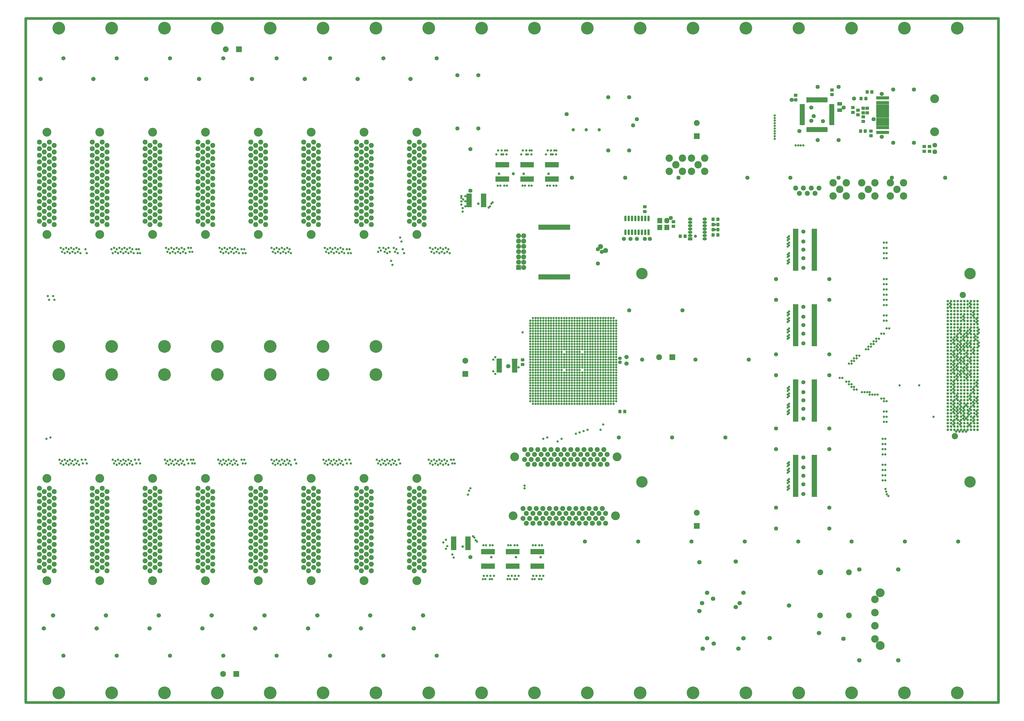
<source format=gbs>
%FSAX43Y43*%
%MOMM*%
G71*
G01*
G75*
G04 Layer_Color=16711935*
%ADD10C,0.200*%
%ADD11R,0.500X0.600*%
%ADD12R,0.600X0.500*%
G04:AMPARAMS|DCode=13|XSize=0.5mm|YSize=0.6mm|CornerRadius=0mm|HoleSize=0mm|Usage=FLASHONLY|Rotation=225.000|XOffset=0mm|YOffset=0mm|HoleType=Round|Shape=Rectangle|*
%AMROTATEDRECTD13*
4,1,4,-0.035,0.389,0.389,-0.035,0.035,-0.389,-0.389,0.035,-0.035,0.389,0.0*
%
%ADD13ROTATEDRECTD13*%

G04:AMPARAMS|DCode=14|XSize=0.5mm|YSize=0.6mm|CornerRadius=0mm|HoleSize=0mm|Usage=FLASHONLY|Rotation=315.000|XOffset=0mm|YOffset=0mm|HoleType=Round|Shape=Rectangle|*
%AMROTATEDRECTD14*
4,1,4,-0.389,-0.035,0.035,0.389,0.389,0.035,-0.035,-0.389,-0.389,-0.035,0.0*
%
%ADD14ROTATEDRECTD14*%

%ADD15R,3.048X3.048*%
G04:AMPARAMS|DCode=16|XSize=1mm|YSize=2mm|CornerRadius=0.1mm|HoleSize=0mm|Usage=FLASHONLY|Rotation=270.000|XOffset=0mm|YOffset=0mm|HoleType=Round|Shape=RoundedRectangle|*
%AMROUNDEDRECTD16*
21,1,1.000,1.800,0,0,270.0*
21,1,0.800,2.000,0,0,270.0*
1,1,0.200,-0.900,-0.400*
1,1,0.200,-0.900,0.400*
1,1,0.200,0.900,0.400*
1,1,0.200,0.900,-0.400*
%
%ADD16ROUNDEDRECTD16*%
G04:AMPARAMS|DCode=17|XSize=1mm|YSize=1.5mm|CornerRadius=0.1mm|HoleSize=0mm|Usage=FLASHONLY|Rotation=270.000|XOffset=0mm|YOffset=0mm|HoleType=Round|Shape=RoundedRectangle|*
%AMROUNDEDRECTD17*
21,1,1.000,1.300,0,0,270.0*
21,1,0.800,1.500,0,0,270.0*
1,1,0.200,-0.650,-0.400*
1,1,0.200,-0.650,0.400*
1,1,0.200,0.650,0.400*
1,1,0.200,0.650,-0.400*
%
%ADD17ROUNDEDRECTD17*%
G04:AMPARAMS|DCode=18|XSize=0.8mm|YSize=1mm|CornerRadius=0.08mm|HoleSize=0mm|Usage=FLASHONLY|Rotation=270.000|XOffset=0mm|YOffset=0mm|HoleType=Round|Shape=RoundedRectangle|*
%AMROUNDEDRECTD18*
21,1,0.800,0.840,0,0,270.0*
21,1,0.640,1.000,0,0,270.0*
1,1,0.160,-0.420,-0.320*
1,1,0.160,-0.420,0.320*
1,1,0.160,0.420,0.320*
1,1,0.160,0.420,-0.320*
%
%ADD18ROUNDEDRECTD18*%
G04:AMPARAMS|DCode=19|XSize=0.8mm|YSize=1mm|CornerRadius=0.08mm|HoleSize=0mm|Usage=FLASHONLY|Rotation=0.000|XOffset=0mm|YOffset=0mm|HoleType=Round|Shape=RoundedRectangle|*
%AMROUNDEDRECTD19*
21,1,0.800,0.840,0,0,0.0*
21,1,0.640,1.000,0,0,0.0*
1,1,0.160,0.320,-0.420*
1,1,0.160,-0.320,-0.420*
1,1,0.160,-0.320,0.420*
1,1,0.160,0.320,0.420*
%
%ADD19ROUNDEDRECTD19*%
%ADD20R,0.762X2.540*%
%ADD21R,5.000X6.000*%
%ADD22R,2.540X0.762*%
%ADD23R,6.000X5.000*%
%ADD24R,3.048X3.048*%
%ADD25O,0.305X1.016*%
%ADD26O,0.813X0.305*%
%ADD27O,1.016X0.305*%
%ADD28O,0.305X0.813*%
%ADD29O,2.100X6.000*%
%ADD30O,2.100X6.000*%
%ADD31C,0.120*%
%ADD32C,0.150*%
%ADD33C,1.524*%
%ADD34C,0.508*%
%ADD35C,0.500*%
%ADD36C,1.000*%
%ADD37C,1.016*%
%ADD38C,1.160*%
%ADD39C,0.254*%
%ADD40C,0.175*%
%ADD41C,0.400*%
%ADD42C,0.300*%
%ADD43R,1.850X1.850*%
%ADD44C,1.850*%
%ADD45R,1.850X1.850*%
%ADD46C,4.000*%
%ADD47C,4.500*%
%ADD48C,1.500*%
%ADD49R,1.500X1.500*%
%ADD50C,1.524*%
%ADD51C,3.000*%
%ADD52C,2.500*%
%ADD53C,1.422*%
%ADD54C,2.438*%
%ADD55C,0.600*%
%ADD56C,1.200*%
%ADD57C,0.500*%
%ADD58C,0.800*%
%ADD59C,1.000*%
%ADD60C,0.900*%
%ADD61C,1.270*%
%ADD62C,0.700*%
%ADD63C,1.300*%
%ADD64C,1.800*%
%ADD65C,2.000*%
G04:AMPARAMS|DCode=66|XSize=1.7mm|YSize=1.7mm|CornerRadius=0mm|HoleSize=0mm|Usage=FLASHONLY|Rotation=0.000|XOffset=0mm|YOffset=0mm|HoleType=Round|Shape=Relief|Width=0.15mm|Gap=0.15mm|Entries=4|*
%AMTHD66*
7,0,0,1.700,1.400,0.150,45*
%
%ADD66THD66*%
G04:AMPARAMS|DCode=67|XSize=3.6mm|YSize=3.6mm|CornerRadius=0mm|HoleSize=0mm|Usage=FLASHONLY|Rotation=0.000|XOffset=0mm|YOffset=0mm|HoleType=Round|Shape=Relief|Width=0.15mm|Gap=0.15mm|Entries=4|*
%AMTHD67*
7,0,0,3.600,3.300,0.150,45*
%
%ADD67THD67*%
G04:AMPARAMS|DCode=68|XSize=3.4mm|YSize=3.4mm|CornerRadius=0mm|HoleSize=0mm|Usage=FLASHONLY|Rotation=0.000|XOffset=0mm|YOffset=0mm|HoleType=Round|Shape=Relief|Width=0.15mm|Gap=0.15mm|Entries=4|*
%AMTHD68*
7,0,0,3.400,3.100,0.150,45*
%
%ADD68THD68*%
%ADD69C,1.400*%
G04:AMPARAMS|DCode=70|XSize=1.5mm|YSize=1.5mm|CornerRadius=0mm|HoleSize=0mm|Usage=FLASHONLY|Rotation=0.000|XOffset=0mm|YOffset=0mm|HoleType=Round|Shape=Relief|Width=0.15mm|Gap=0.15mm|Entries=4|*
%AMTHD70*
7,0,0,1.500,1.200,0.150,45*
%
%ADD70THD70*%
%ADD71C,2.800*%
%ADD72C,2.300*%
%ADD73C,3.500*%
G04:AMPARAMS|DCode=74|XSize=1.4128mm|YSize=1.4128mm|CornerRadius=0mm|HoleSize=0mm|Usage=FLASHONLY|Rotation=0.000|XOffset=0mm|YOffset=0mm|HoleType=Round|Shape=Relief|Width=0.15mm|Gap=0.15mm|Entries=4|*
%AMTHD74*
7,0,0,1.413,1.113,0.150,45*
%
%ADD74THD74*%
%ADD75C,1.313*%
G04:AMPARAMS|DCode=76|XSize=1.9208mm|YSize=1.9208mm|CornerRadius=0mm|HoleSize=0mm|Usage=FLASHONLY|Rotation=0.000|XOffset=0mm|YOffset=0mm|HoleType=Round|Shape=Relief|Width=0.15mm|Gap=0.15mm|Entries=4|*
%AMTHD76*
7,0,0,1.921,1.621,0.150,45*
%
%ADD76THD76*%
%ADD77C,1.821*%
G04:AMPARAMS|DCode=78|XSize=0.9mm|YSize=0.9mm|CornerRadius=0mm|HoleSize=0mm|Usage=FLASHONLY|Rotation=0.000|XOffset=0mm|YOffset=0mm|HoleType=Round|Shape=Relief|Width=0.15mm|Gap=0.15mm|Entries=4|*
%AMTHD78*
7,0,0,0.900,0.600,0.150,45*
%
%ADD78THD78*%
%ADD79C,0.800*%
%ADD80C,0.750*%
G04:AMPARAMS|DCode=81|XSize=1.4mm|YSize=1.4mm|CornerRadius=0mm|HoleSize=0mm|Usage=FLASHONLY|Rotation=0.000|XOffset=0mm|YOffset=0mm|HoleType=Round|Shape=Relief|Width=0.15mm|Gap=0.15mm|Entries=4|*
%AMTHD81*
7,0,0,1.400,1.100,0.150,45*
%
%ADD81THD81*%
G04:AMPARAMS|DCode=82|XSize=1.3mm|YSize=1.3mm|CornerRadius=0mm|HoleSize=0mm|Usage=FLASHONLY|Rotation=0.000|XOffset=0mm|YOffset=0mm|HoleType=Round|Shape=Relief|Width=0.15mm|Gap=0.15mm|Entries=4|*
%AMTHD82*
7,0,0,1.300,1.000,0.150,45*
%
%ADD82THD82*%
%ADD83C,0.900*%
G04:AMPARAMS|DCode=84|XSize=0.85mm|YSize=0.85mm|CornerRadius=0mm|HoleSize=0mm|Usage=FLASHONLY|Rotation=0.000|XOffset=0mm|YOffset=0mm|HoleType=Round|Shape=Relief|Width=0.15mm|Gap=0.15mm|Entries=4|*
%AMTHD84*
7,0,0,0.850,0.550,0.150,45*
%
%ADD84THD84*%
%ADD85C,1.100*%
%ADD86C,1.000*%
G04:AMPARAMS|DCode=87|XSize=1.3112mm|YSize=1.3112mm|CornerRadius=0mm|HoleSize=0mm|Usage=FLASHONLY|Rotation=0.000|XOffset=0mm|YOffset=0mm|HoleType=Round|Shape=Relief|Width=0.15mm|Gap=0.15mm|Entries=4|*
%AMTHD87*
7,0,0,1.311,1.011,0.150,45*
%
%ADD87THD87*%
%ADD88C,1.211*%
G04:AMPARAMS|DCode=89|XSize=1.8mm|YSize=1.8mm|CornerRadius=0mm|HoleSize=0mm|Usage=FLASHONLY|Rotation=0.000|XOffset=0mm|YOffset=0mm|HoleType=Round|Shape=Relief|Width=0.15mm|Gap=0.15mm|Entries=4|*
%AMTHD89*
7,0,0,1.800,1.500,0.150,45*
%
%ADD89THD89*%
%ADD90C,1.700*%
%ADD91C,1.770*%
%ADD92C,1.600*%
%ADD93C,3.300*%
G04:AMPARAMS|DCode=94|XSize=1.2mm|YSize=1.2mm|CornerRadius=0mm|HoleSize=0mm|Usage=FLASHONLY|Rotation=0.000|XOffset=0mm|YOffset=0mm|HoleType=Round|Shape=Relief|Width=0.15mm|Gap=0.15mm|Entries=4|*
%AMTHD94*
7,0,0,1.200,0.900,0.150,45*
%
%ADD94THD94*%
%ADD95R,1.650X0.300*%
%ADD96R,0.300X1.650*%
%ADD97O,1.270X0.762*%
%ADD98R,1.270X0.762*%
%ADD99O,0.300X1.700*%
%ADD100O,1.600X0.250*%
%ADD101O,0.250X1.600*%
%ADD102R,0.250X1.600*%
%ADD103O,0.508X1.778*%
%ADD104R,0.508X1.778*%
%ADD105R,1.500X1.600*%
G04:AMPARAMS|DCode=106|XSize=1.6mm|YSize=1.5mm|CornerRadius=0mm|HoleSize=0mm|Usage=FLASHONLY|Rotation=270.000|XOffset=0mm|YOffset=0mm|HoleType=Round|Shape=Octagon|*
%AMOCTAGOND106*
4,1,8,-0.375,-0.800,0.375,-0.800,0.750,-0.425,0.750,0.425,0.375,0.800,-0.375,0.800,-0.750,0.425,-0.750,-0.425,-0.375,-0.800,0.0*
%
%ADD106OCTAGOND106*%

%ADD107R,4.600X0.610*%
%ADD108R,4.600X0.810*%
%ADD109O,1.778X0.381*%
%ADD110R,1.778X0.381*%
%ADD111C,0.305*%
%ADD112C,0.250*%
%ADD113C,0.203*%
%ADD114R,0.900X1.000*%
%ADD115R,1.000X0.900*%
G04:AMPARAMS|DCode=116|XSize=0.9mm|YSize=1mm|CornerRadius=0mm|HoleSize=0mm|Usage=FLASHONLY|Rotation=225.000|XOffset=0mm|YOffset=0mm|HoleType=Round|Shape=Rectangle|*
%AMROTATEDRECTD116*
4,1,4,-0.035,0.672,0.672,-0.035,0.035,-0.672,-0.672,0.035,-0.035,0.672,0.0*
%
%ADD116ROTATEDRECTD116*%

G04:AMPARAMS|DCode=117|XSize=0.9mm|YSize=1mm|CornerRadius=0mm|HoleSize=0mm|Usage=FLASHONLY|Rotation=315.000|XOffset=0mm|YOffset=0mm|HoleType=Round|Shape=Rectangle|*
%AMROTATEDRECTD117*
4,1,4,-0.672,-0.035,0.035,0.672,0.672,0.035,-0.035,-0.672,-0.672,-0.035,0.0*
%
%ADD117ROTATEDRECTD117*%

%ADD118R,3.448X3.448*%
G04:AMPARAMS|DCode=119|XSize=1.4mm|YSize=2.4mm|CornerRadius=0.3mm|HoleSize=0mm|Usage=FLASHONLY|Rotation=270.000|XOffset=0mm|YOffset=0mm|HoleType=Round|Shape=RoundedRectangle|*
%AMROUNDEDRECTD119*
21,1,1.400,1.800,0,0,270.0*
21,1,0.800,2.400,0,0,270.0*
1,1,0.600,-0.900,-0.400*
1,1,0.600,-0.900,0.400*
1,1,0.600,0.900,0.400*
1,1,0.600,0.900,-0.400*
%
%ADD119ROUNDEDRECTD119*%
G04:AMPARAMS|DCode=120|XSize=1.4mm|YSize=1.9mm|CornerRadius=0.3mm|HoleSize=0mm|Usage=FLASHONLY|Rotation=270.000|XOffset=0mm|YOffset=0mm|HoleType=Round|Shape=RoundedRectangle|*
%AMROUNDEDRECTD120*
21,1,1.400,1.300,0,0,270.0*
21,1,0.800,1.900,0,0,270.0*
1,1,0.600,-0.650,-0.400*
1,1,0.600,-0.650,0.400*
1,1,0.600,0.650,0.400*
1,1,0.600,0.650,-0.400*
%
%ADD120ROUNDEDRECTD120*%
G04:AMPARAMS|DCode=121|XSize=1.2mm|YSize=1.4mm|CornerRadius=0.28mm|HoleSize=0mm|Usage=FLASHONLY|Rotation=270.000|XOffset=0mm|YOffset=0mm|HoleType=Round|Shape=RoundedRectangle|*
%AMROUNDEDRECTD121*
21,1,1.200,0.840,0,0,270.0*
21,1,0.640,1.400,0,0,270.0*
1,1,0.560,-0.420,-0.320*
1,1,0.560,-0.420,0.320*
1,1,0.560,0.420,0.320*
1,1,0.560,0.420,-0.320*
%
%ADD121ROUNDEDRECTD121*%
G04:AMPARAMS|DCode=122|XSize=1.2mm|YSize=1.4mm|CornerRadius=0.28mm|HoleSize=0mm|Usage=FLASHONLY|Rotation=0.000|XOffset=0mm|YOffset=0mm|HoleType=Round|Shape=RoundedRectangle|*
%AMROUNDEDRECTD122*
21,1,1.200,0.840,0,0,0.0*
21,1,0.640,1.400,0,0,0.0*
1,1,0.560,0.320,-0.420*
1,1,0.560,-0.320,-0.420*
1,1,0.560,-0.320,0.420*
1,1,0.560,0.320,0.420*
%
%ADD122ROUNDEDRECTD122*%
%ADD123R,1.162X2.940*%
%ADD124R,5.400X6.400*%
%ADD125R,2.940X1.162*%
%ADD126R,6.400X5.400*%
%ADD127R,3.448X3.448*%
%ADD128O,0.705X1.416*%
%ADD129O,1.213X0.705*%
%ADD130O,1.416X0.705*%
%ADD131O,0.705X1.213*%
%ADD132O,2.500X6.400*%
%ADD133O,2.500X6.400*%
%ADD134R,2.250X2.250*%
%ADD135C,2.250*%
%ADD136R,2.250X2.250*%
%ADD137C,4.400*%
%ADD138C,4.900*%
%ADD139C,4.703*%
%ADD140C,1.900*%
%ADD141R,1.900X1.900*%
%ADD142C,1.924*%
%ADD143C,3.400*%
%ADD144C,2.900*%
%ADD145C,1.822*%
%ADD146C,2.838*%
%ADD147C,1.670*%
%ADD148C,1.100*%
%ADD149C,2.200*%
%ADD150C,2.400*%
%ADD151R,2.050X0.700*%
%ADD152R,0.700X2.050*%
%ADD153O,1.670X1.162*%
%ADD154R,1.670X1.162*%
%ADD155O,0.700X2.100*%
%ADD156O,2.000X0.650*%
%ADD157O,0.650X2.000*%
%ADD158R,0.650X2.000*%
%ADD159O,0.908X2.178*%
%ADD160R,0.908X2.178*%
%ADD161R,1.900X2.000*%
G04:AMPARAMS|DCode=162|XSize=2mm|YSize=1.9mm|CornerRadius=0mm|HoleSize=0mm|Usage=FLASHONLY|Rotation=270.000|XOffset=0mm|YOffset=0mm|HoleType=Round|Shape=Octagon|*
%AMOCTAGOND162*
4,1,8,-0.475,-1.000,0.475,-1.000,0.950,-0.525,0.950,0.525,0.475,1.000,-0.475,1.000,-0.950,0.525,-0.950,-0.525,-0.475,-1.000,0.0*
%
%ADD162OCTAGOND162*%

%ADD163R,5.000X1.010*%
%ADD164R,5.000X1.210*%
%ADD165O,2.178X0.781*%
%ADD166R,2.178X0.781*%
G54D36*
X0025000Y0025000D02*
Y0288350D01*
X0399000D01*
Y0025000D02*
Y0288350D01*
X0025000Y0025000D02*
X0399000D01*
G54D56*
X0212500Y0228550D02*
D03*
X0282500Y0204500D02*
D03*
G54D63*
X0235500Y0245500D02*
D03*
X0240500Y0245500D02*
D03*
X0245500D02*
D03*
G54D69*
X0253500Y0157500D02*
D03*
Y0156000D02*
D03*
G54D83*
X0220000Y0140000D02*
D03*
X0221000D02*
D03*
X0222000D02*
D03*
X0223000D02*
D03*
X0224000D02*
D03*
X0225000D02*
D03*
X0226000D02*
D03*
X0227000D02*
D03*
X0228000D02*
D03*
X0229000D02*
D03*
X0230000D02*
D03*
X0231000D02*
D03*
X0232000D02*
D03*
X0233000D02*
D03*
X0234000D02*
D03*
X0235000D02*
D03*
X0236000D02*
D03*
X0237000D02*
D03*
X0238000D02*
D03*
X0239000D02*
D03*
X0240000D02*
D03*
X0241000D02*
D03*
X0242000D02*
D03*
X0243000D02*
D03*
X0244000D02*
D03*
X0245000D02*
D03*
X0246000D02*
D03*
X0247000D02*
D03*
X0248000D02*
D03*
X0249000D02*
D03*
X0250000D02*
D03*
X0251000D02*
D03*
X0219000Y0141000D02*
D03*
X0220000D02*
D03*
X0221000D02*
D03*
X0222000D02*
D03*
X0223000D02*
D03*
X0224000D02*
D03*
X0225000D02*
D03*
X0226000D02*
D03*
X0227000D02*
D03*
X0228000D02*
D03*
X0229000D02*
D03*
X0230000D02*
D03*
X0231000D02*
D03*
X0232000D02*
D03*
X0233000D02*
D03*
X0234000D02*
D03*
X0235000D02*
D03*
X0236000D02*
D03*
X0237000D02*
D03*
X0238000D02*
D03*
X0239000D02*
D03*
X0240000D02*
D03*
X0241000D02*
D03*
X0242000D02*
D03*
X0243000D02*
D03*
X0244000D02*
D03*
X0245000D02*
D03*
X0246000D02*
D03*
X0247000D02*
D03*
X0248000D02*
D03*
X0249000D02*
D03*
X0250000D02*
D03*
X0251000D02*
D03*
X0252000D02*
D03*
X0219000Y0142000D02*
D03*
X0220000D02*
D03*
X0221000D02*
D03*
X0222000D02*
D03*
X0223000D02*
D03*
X0224000D02*
D03*
X0225000D02*
D03*
X0226000D02*
D03*
X0227000D02*
D03*
X0228000D02*
D03*
X0229000D02*
D03*
X0230000D02*
D03*
X0231000D02*
D03*
X0232000D02*
D03*
X0233000D02*
D03*
X0234000D02*
D03*
X0235000D02*
D03*
X0236000D02*
D03*
X0237000D02*
D03*
X0238000D02*
D03*
X0239000D02*
D03*
X0240000D02*
D03*
X0241000D02*
D03*
X0242000D02*
D03*
X0243000D02*
D03*
X0244000D02*
D03*
X0245000D02*
D03*
X0246000D02*
D03*
X0247000D02*
D03*
X0248000D02*
D03*
X0249000D02*
D03*
X0250000D02*
D03*
X0251000D02*
D03*
X0252000D02*
D03*
X0219000Y0143000D02*
D03*
X0220000D02*
D03*
X0221000D02*
D03*
X0222000D02*
D03*
X0223000D02*
D03*
X0224000D02*
D03*
X0225000D02*
D03*
X0226000D02*
D03*
X0227000D02*
D03*
X0228000D02*
D03*
X0229000D02*
D03*
X0230000D02*
D03*
X0231000D02*
D03*
X0232000D02*
D03*
X0233000D02*
D03*
X0234000D02*
D03*
X0235000D02*
D03*
X0236000D02*
D03*
X0237000D02*
D03*
X0238000D02*
D03*
X0239000D02*
D03*
X0240000D02*
D03*
X0241000D02*
D03*
X0242000D02*
D03*
X0243000D02*
D03*
X0244000D02*
D03*
X0245000D02*
D03*
X0246000D02*
D03*
X0247000D02*
D03*
X0248000D02*
D03*
X0249000D02*
D03*
X0250000D02*
D03*
X0251000D02*
D03*
X0252000D02*
D03*
X0219000Y0144000D02*
D03*
X0220000D02*
D03*
X0221000D02*
D03*
X0222000D02*
D03*
X0223000D02*
D03*
X0224000D02*
D03*
X0225000D02*
D03*
X0226000D02*
D03*
X0227000D02*
D03*
X0228000D02*
D03*
X0229000D02*
D03*
X0230000D02*
D03*
X0231000D02*
D03*
X0232000D02*
D03*
X0233000D02*
D03*
X0234000D02*
D03*
X0235000D02*
D03*
X0236000D02*
D03*
X0237000D02*
D03*
X0238000D02*
D03*
X0239000D02*
D03*
X0240000D02*
D03*
X0241000D02*
D03*
X0242000D02*
D03*
X0243000D02*
D03*
X0244000D02*
D03*
X0245000D02*
D03*
X0246000D02*
D03*
X0247000D02*
D03*
X0248000D02*
D03*
X0249000D02*
D03*
X0250000D02*
D03*
X0251000D02*
D03*
X0252000D02*
D03*
X0219000Y0145000D02*
D03*
X0220000D02*
D03*
X0221000D02*
D03*
X0222000D02*
D03*
X0223000D02*
D03*
X0224000D02*
D03*
X0225000D02*
D03*
X0226000D02*
D03*
X0227000D02*
D03*
X0228000D02*
D03*
X0229000D02*
D03*
X0230000D02*
D03*
X0231000D02*
D03*
X0232000D02*
D03*
X0233000D02*
D03*
X0234000D02*
D03*
X0235000D02*
D03*
X0236000D02*
D03*
X0237000D02*
D03*
X0238000D02*
D03*
X0239000D02*
D03*
X0240000D02*
D03*
X0241000D02*
D03*
X0242000D02*
D03*
X0243000D02*
D03*
X0244000D02*
D03*
X0245000D02*
D03*
X0246000D02*
D03*
X0247000D02*
D03*
X0248000D02*
D03*
X0249000D02*
D03*
X0250000D02*
D03*
X0251000D02*
D03*
X0252000D02*
D03*
X0219000Y0146000D02*
D03*
X0220000D02*
D03*
X0221000D02*
D03*
X0222000D02*
D03*
X0223000D02*
D03*
X0224000D02*
D03*
X0225000D02*
D03*
X0226000D02*
D03*
X0227000D02*
D03*
X0228000D02*
D03*
X0229000D02*
D03*
X0230000D02*
D03*
X0231000D02*
D03*
X0232000D02*
D03*
X0233000D02*
D03*
X0234000D02*
D03*
X0235000D02*
D03*
X0236000D02*
D03*
X0237000D02*
D03*
X0238000D02*
D03*
X0239000D02*
D03*
X0240000D02*
D03*
X0241000D02*
D03*
X0242000D02*
D03*
X0243000D02*
D03*
X0244000D02*
D03*
X0245000D02*
D03*
X0246000D02*
D03*
X0247000D02*
D03*
X0248000D02*
D03*
X0249000D02*
D03*
X0250000D02*
D03*
X0251000D02*
D03*
X0252000D02*
D03*
X0219000Y0147000D02*
D03*
X0220000D02*
D03*
X0221000D02*
D03*
X0222000D02*
D03*
X0223000D02*
D03*
X0224000D02*
D03*
X0225000D02*
D03*
X0226000D02*
D03*
X0227000D02*
D03*
X0228000D02*
D03*
X0229000D02*
D03*
X0230000D02*
D03*
X0231000D02*
D03*
X0232000D02*
D03*
X0233000D02*
D03*
X0234000D02*
D03*
X0235000D02*
D03*
X0236000D02*
D03*
X0237000D02*
D03*
X0238000D02*
D03*
X0239000D02*
D03*
X0240000D02*
D03*
X0241000D02*
D03*
X0242000D02*
D03*
X0243000D02*
D03*
X0244000D02*
D03*
X0245000D02*
D03*
X0246000D02*
D03*
X0247000D02*
D03*
X0248000D02*
D03*
X0249000D02*
D03*
X0250000D02*
D03*
X0251000D02*
D03*
X0252000D02*
D03*
X0219000Y0148000D02*
D03*
X0220000D02*
D03*
X0221000D02*
D03*
X0222000D02*
D03*
X0223000D02*
D03*
X0224000D02*
D03*
X0225000D02*
D03*
X0226000D02*
D03*
X0227000D02*
D03*
X0228000D02*
D03*
X0229000D02*
D03*
X0230000D02*
D03*
X0231000D02*
D03*
X0232000D02*
D03*
X0233000D02*
D03*
X0234000D02*
D03*
X0235000D02*
D03*
X0236000D02*
D03*
X0237000D02*
D03*
X0238000D02*
D03*
X0239000D02*
D03*
X0240000D02*
D03*
X0241000D02*
D03*
X0242000D02*
D03*
X0243000D02*
D03*
X0244000D02*
D03*
X0245000D02*
D03*
X0246000D02*
D03*
X0247000D02*
D03*
X0248000D02*
D03*
X0249000D02*
D03*
X0250000D02*
D03*
X0251000D02*
D03*
X0252000D02*
D03*
X0219000Y0149000D02*
D03*
X0220000D02*
D03*
X0221000D02*
D03*
X0222000D02*
D03*
X0223000D02*
D03*
X0224000D02*
D03*
X0225000D02*
D03*
X0226000D02*
D03*
X0227000D02*
D03*
X0228000D02*
D03*
X0229000D02*
D03*
X0230000D02*
D03*
X0231000D02*
D03*
X0232000D02*
D03*
X0233000D02*
D03*
X0234000D02*
D03*
X0235000D02*
D03*
X0236000D02*
D03*
X0237000D02*
D03*
X0238000D02*
D03*
X0239000D02*
D03*
X0240000D02*
D03*
X0241000D02*
D03*
X0242000D02*
D03*
X0243000D02*
D03*
X0244000D02*
D03*
X0245000D02*
D03*
X0246000D02*
D03*
X0247000D02*
D03*
X0248000D02*
D03*
X0249000D02*
D03*
X0250000D02*
D03*
X0251000D02*
D03*
X0252000D02*
D03*
X0219000Y0150000D02*
D03*
X0220000D02*
D03*
X0221000D02*
D03*
X0222000D02*
D03*
X0223000D02*
D03*
X0224000D02*
D03*
X0225000D02*
D03*
X0226000D02*
D03*
X0227000D02*
D03*
X0228000D02*
D03*
X0229000D02*
D03*
X0230000D02*
D03*
X0231000D02*
D03*
X0232000D02*
D03*
X0233000D02*
D03*
X0234000D02*
D03*
X0235000D02*
D03*
X0236000D02*
D03*
X0237000D02*
D03*
X0238000D02*
D03*
X0239000D02*
D03*
X0240000D02*
D03*
X0241000D02*
D03*
X0242000D02*
D03*
X0243000D02*
D03*
X0244000D02*
D03*
X0245000D02*
D03*
X0246000D02*
D03*
X0247000D02*
D03*
X0248000D02*
D03*
X0249000D02*
D03*
X0250000D02*
D03*
X0251000D02*
D03*
X0252000D02*
D03*
X0219000Y0151000D02*
D03*
X0220000D02*
D03*
X0221000D02*
D03*
X0222000D02*
D03*
X0223000D02*
D03*
X0224000D02*
D03*
X0225000D02*
D03*
X0226000D02*
D03*
X0227000D02*
D03*
X0228000D02*
D03*
X0229000D02*
D03*
X0230000D02*
D03*
X0231000D02*
D03*
X0232000D02*
D03*
X0233000D02*
D03*
X0234000D02*
D03*
X0235000D02*
D03*
X0236000D02*
D03*
X0237000D02*
D03*
X0238000D02*
D03*
X0239000D02*
D03*
X0240000D02*
D03*
X0241000D02*
D03*
X0242000D02*
D03*
X0243000D02*
D03*
X0244000D02*
D03*
X0245000D02*
D03*
X0246000D02*
D03*
X0247000D02*
D03*
X0248000D02*
D03*
X0249000D02*
D03*
X0250000D02*
D03*
X0251000D02*
D03*
X0252000D02*
D03*
X0219000Y0152000D02*
D03*
X0220000D02*
D03*
X0221000D02*
D03*
X0222000D02*
D03*
X0223000D02*
D03*
X0224000D02*
D03*
X0225000D02*
D03*
X0226000D02*
D03*
X0227000D02*
D03*
X0228000D02*
D03*
X0229000D02*
D03*
X0230000D02*
D03*
X0231000D02*
D03*
X0232000D02*
D03*
X0233000D02*
D03*
X0234000D02*
D03*
X0235000D02*
D03*
X0236000D02*
D03*
X0237000D02*
D03*
X0238000D02*
D03*
X0239000D02*
D03*
X0240000D02*
D03*
X0241000D02*
D03*
X0242000D02*
D03*
X0243000D02*
D03*
X0244000D02*
D03*
X0245000D02*
D03*
X0246000D02*
D03*
X0247000D02*
D03*
X0248000D02*
D03*
X0249000D02*
D03*
X0250000D02*
D03*
X0251000D02*
D03*
X0252000D02*
D03*
X0219000Y0153000D02*
D03*
X0220000D02*
D03*
X0221000D02*
D03*
X0222000D02*
D03*
X0223000D02*
D03*
X0224000D02*
D03*
X0225000D02*
D03*
X0226000D02*
D03*
X0227000D02*
D03*
X0228000D02*
D03*
X0229000D02*
D03*
X0230000D02*
D03*
X0231000D02*
D03*
X0233000D02*
D03*
X0234000D02*
D03*
X0235000D02*
D03*
X0236000D02*
D03*
X0237000D02*
D03*
X0238000D02*
D03*
X0240000D02*
D03*
X0241000D02*
D03*
X0242000D02*
D03*
X0243000D02*
D03*
X0244000D02*
D03*
X0245000D02*
D03*
X0246000D02*
D03*
X0247000D02*
D03*
X0248000D02*
D03*
X0249000D02*
D03*
X0250000D02*
D03*
X0251000D02*
D03*
X0252000D02*
D03*
X0219000Y0154000D02*
D03*
X0220000D02*
D03*
X0221000D02*
D03*
X0222000D02*
D03*
X0223000D02*
D03*
X0224000D02*
D03*
X0225000D02*
D03*
X0226000D02*
D03*
X0227000D02*
D03*
X0228000D02*
D03*
X0229000D02*
D03*
X0230000D02*
D03*
X0231000D02*
D03*
X0232000D02*
D03*
X0233000D02*
D03*
X0234000D02*
D03*
X0235000D02*
D03*
X0236000D02*
D03*
X0237000D02*
D03*
X0238000D02*
D03*
X0239000D02*
D03*
X0240000D02*
D03*
X0241000D02*
D03*
X0242000D02*
D03*
X0243000D02*
D03*
X0244000D02*
D03*
X0245000D02*
D03*
X0246000D02*
D03*
X0247000D02*
D03*
X0248000D02*
D03*
X0249000D02*
D03*
X0250000D02*
D03*
X0251000D02*
D03*
X0252000D02*
D03*
X0219000Y0155000D02*
D03*
X0220000D02*
D03*
X0221000D02*
D03*
X0222000D02*
D03*
X0223000D02*
D03*
X0224000D02*
D03*
X0225000D02*
D03*
X0226000D02*
D03*
X0227000D02*
D03*
X0228000D02*
D03*
X0229000D02*
D03*
X0230000D02*
D03*
X0231000D02*
D03*
X0232000D02*
D03*
X0233000D02*
D03*
X0234000D02*
D03*
X0235000D02*
D03*
X0236000D02*
D03*
X0237000D02*
D03*
X0238000D02*
D03*
X0239000D02*
D03*
X0240000D02*
D03*
X0241000D02*
D03*
X0242000D02*
D03*
X0243000D02*
D03*
X0244000D02*
D03*
X0245000D02*
D03*
X0246000D02*
D03*
X0247000D02*
D03*
X0248000D02*
D03*
X0249000D02*
D03*
X0250000D02*
D03*
X0251000D02*
D03*
X0252000D02*
D03*
X0219000Y0156000D02*
D03*
X0220000D02*
D03*
X0221000D02*
D03*
X0222000D02*
D03*
X0223000D02*
D03*
X0224000D02*
D03*
X0225000D02*
D03*
X0226000D02*
D03*
X0227000D02*
D03*
X0228000D02*
D03*
X0229000D02*
D03*
X0230000D02*
D03*
X0231000D02*
D03*
X0232000D02*
D03*
X0233000D02*
D03*
X0234000D02*
D03*
X0235000D02*
D03*
X0236000D02*
D03*
X0237000D02*
D03*
X0238000D02*
D03*
X0239000D02*
D03*
X0240000D02*
D03*
X0241000D02*
D03*
X0242000D02*
D03*
X0243000D02*
D03*
X0244000D02*
D03*
X0245000D02*
D03*
X0246000D02*
D03*
X0247000D02*
D03*
X0248000D02*
D03*
X0249000D02*
D03*
X0250000D02*
D03*
X0251000D02*
D03*
X0252000D02*
D03*
X0219000Y0157000D02*
D03*
X0220000D02*
D03*
X0221000D02*
D03*
X0222000D02*
D03*
X0223000D02*
D03*
X0224000D02*
D03*
X0225000D02*
D03*
X0226000D02*
D03*
X0227000D02*
D03*
X0228000D02*
D03*
X0229000D02*
D03*
X0230000D02*
D03*
X0231000D02*
D03*
X0232000D02*
D03*
X0233000D02*
D03*
X0234000D02*
D03*
X0235000D02*
D03*
X0236000D02*
D03*
X0237000D02*
D03*
X0238000D02*
D03*
X0239000D02*
D03*
X0240000D02*
D03*
X0241000D02*
D03*
X0242000D02*
D03*
X0243000D02*
D03*
X0244000D02*
D03*
X0245000D02*
D03*
X0246000D02*
D03*
X0247000D02*
D03*
X0248000D02*
D03*
X0249000D02*
D03*
X0250000D02*
D03*
X0251000D02*
D03*
X0252000D02*
D03*
X0219000Y0158000D02*
D03*
X0220000D02*
D03*
X0221000D02*
D03*
X0222000D02*
D03*
X0223000D02*
D03*
X0224000D02*
D03*
X0225000D02*
D03*
X0226000D02*
D03*
X0227000D02*
D03*
X0228000D02*
D03*
X0229000D02*
D03*
X0230000D02*
D03*
X0231000D02*
D03*
X0232000D02*
D03*
X0233000D02*
D03*
X0234000D02*
D03*
X0235000D02*
D03*
X0236000D02*
D03*
X0237000D02*
D03*
X0238000D02*
D03*
X0239000D02*
D03*
X0240000D02*
D03*
X0241000D02*
D03*
X0242000D02*
D03*
X0243000D02*
D03*
X0244000D02*
D03*
X0245000D02*
D03*
X0246000D02*
D03*
X0247000D02*
D03*
X0248000D02*
D03*
X0249000D02*
D03*
X0250000D02*
D03*
X0251000D02*
D03*
X0252000D02*
D03*
X0219000Y0159000D02*
D03*
X0220000D02*
D03*
X0221000D02*
D03*
X0222000D02*
D03*
X0223000D02*
D03*
X0224000D02*
D03*
X0225000D02*
D03*
X0226000D02*
D03*
X0227000D02*
D03*
X0228000D02*
D03*
X0229000D02*
D03*
X0230000D02*
D03*
X0231000D02*
D03*
X0232000D02*
D03*
X0233000D02*
D03*
X0234000D02*
D03*
X0235000D02*
D03*
X0236000D02*
D03*
X0237000D02*
D03*
X0238000D02*
D03*
X0239000D02*
D03*
X0240000D02*
D03*
X0241000D02*
D03*
X0242000D02*
D03*
X0243000D02*
D03*
X0244000D02*
D03*
X0245000D02*
D03*
X0246000D02*
D03*
X0247000D02*
D03*
X0248000D02*
D03*
X0249000D02*
D03*
X0250000D02*
D03*
X0251000D02*
D03*
X0252000D02*
D03*
X0219000Y0160000D02*
D03*
X0220000D02*
D03*
X0221000D02*
D03*
X0222000D02*
D03*
X0223000D02*
D03*
X0224000D02*
D03*
X0225000D02*
D03*
X0226000D02*
D03*
X0227000D02*
D03*
X0228000D02*
D03*
X0229000D02*
D03*
X0230000D02*
D03*
X0231000D02*
D03*
X0233000D02*
D03*
X0234000D02*
D03*
X0235000D02*
D03*
X0236000D02*
D03*
X0237000D02*
D03*
X0238000D02*
D03*
X0240000D02*
D03*
X0241000D02*
D03*
X0242000D02*
D03*
X0243000D02*
D03*
X0244000D02*
D03*
X0245000D02*
D03*
X0246000D02*
D03*
X0247000D02*
D03*
X0248000D02*
D03*
X0249000D02*
D03*
X0250000D02*
D03*
X0251000D02*
D03*
X0252000D02*
D03*
X0219000Y0161000D02*
D03*
X0220000D02*
D03*
X0221000D02*
D03*
X0222000D02*
D03*
X0223000D02*
D03*
X0224000D02*
D03*
X0225000D02*
D03*
X0226000D02*
D03*
X0227000D02*
D03*
X0228000D02*
D03*
X0229000D02*
D03*
X0230000D02*
D03*
X0231000D02*
D03*
X0232000D02*
D03*
X0233000D02*
D03*
X0234000D02*
D03*
X0235000D02*
D03*
X0236000D02*
D03*
X0237000D02*
D03*
X0238000D02*
D03*
X0239000D02*
D03*
X0240000D02*
D03*
X0241000D02*
D03*
X0242000D02*
D03*
X0243000D02*
D03*
X0244000D02*
D03*
X0245000D02*
D03*
X0246000D02*
D03*
X0247000D02*
D03*
X0248000D02*
D03*
X0249000D02*
D03*
X0250000D02*
D03*
X0251000D02*
D03*
X0252000D02*
D03*
X0219000Y0162000D02*
D03*
X0220000D02*
D03*
X0221000D02*
D03*
X0222000D02*
D03*
X0223000D02*
D03*
X0224000D02*
D03*
X0225000D02*
D03*
X0226000D02*
D03*
X0227000D02*
D03*
X0228000D02*
D03*
X0229000D02*
D03*
X0230000D02*
D03*
X0231000D02*
D03*
X0232000D02*
D03*
X0233000D02*
D03*
X0234000D02*
D03*
X0235000D02*
D03*
X0236000D02*
D03*
X0237000D02*
D03*
X0238000D02*
D03*
X0239000D02*
D03*
X0240000D02*
D03*
X0241000D02*
D03*
X0242000D02*
D03*
X0243000D02*
D03*
X0244000D02*
D03*
X0245000D02*
D03*
X0246000D02*
D03*
X0247000D02*
D03*
X0248000D02*
D03*
X0249000D02*
D03*
X0250000D02*
D03*
X0251000D02*
D03*
X0252000D02*
D03*
X0219000Y0163000D02*
D03*
X0220000D02*
D03*
X0221000D02*
D03*
X0222000D02*
D03*
X0223000D02*
D03*
X0224000D02*
D03*
X0225000D02*
D03*
X0226000D02*
D03*
X0227000D02*
D03*
X0228000D02*
D03*
X0229000D02*
D03*
X0230000D02*
D03*
X0231000D02*
D03*
X0232000D02*
D03*
X0233000D02*
D03*
X0234000D02*
D03*
X0235000D02*
D03*
X0236000D02*
D03*
X0237000D02*
D03*
X0238000D02*
D03*
X0239000D02*
D03*
X0240000D02*
D03*
X0241000D02*
D03*
X0242000D02*
D03*
X0243000D02*
D03*
X0244000D02*
D03*
X0245000D02*
D03*
X0246000D02*
D03*
X0247000D02*
D03*
X0248000D02*
D03*
X0249000D02*
D03*
X0250000D02*
D03*
X0251000D02*
D03*
X0252000D02*
D03*
X0219000Y0164000D02*
D03*
X0220000D02*
D03*
X0221000D02*
D03*
X0222000D02*
D03*
X0223000D02*
D03*
X0224000D02*
D03*
X0225000D02*
D03*
X0226000D02*
D03*
X0227000D02*
D03*
X0228000D02*
D03*
X0229000D02*
D03*
X0230000D02*
D03*
X0231000D02*
D03*
X0232000D02*
D03*
X0233000D02*
D03*
X0234000D02*
D03*
X0235000D02*
D03*
X0236000D02*
D03*
X0237000D02*
D03*
X0238000D02*
D03*
X0239000D02*
D03*
X0240000D02*
D03*
X0241000D02*
D03*
X0242000D02*
D03*
X0243000D02*
D03*
X0244000D02*
D03*
X0245000D02*
D03*
X0246000D02*
D03*
X0247000D02*
D03*
X0248000D02*
D03*
X0249000D02*
D03*
X0250000D02*
D03*
X0251000D02*
D03*
X0252000D02*
D03*
X0219000Y0165000D02*
D03*
X0220000D02*
D03*
X0221000D02*
D03*
X0222000D02*
D03*
X0223000D02*
D03*
X0224000D02*
D03*
X0225000D02*
D03*
X0226000D02*
D03*
X0227000D02*
D03*
X0228000D02*
D03*
X0229000D02*
D03*
X0230000D02*
D03*
X0231000D02*
D03*
X0232000D02*
D03*
X0233000D02*
D03*
X0234000D02*
D03*
X0235000D02*
D03*
X0236000D02*
D03*
X0237000D02*
D03*
X0238000D02*
D03*
X0239000D02*
D03*
X0240000D02*
D03*
X0241000D02*
D03*
X0242000D02*
D03*
X0243000D02*
D03*
X0244000D02*
D03*
X0245000D02*
D03*
X0246000D02*
D03*
X0247000D02*
D03*
X0248000D02*
D03*
X0249000D02*
D03*
X0250000D02*
D03*
X0251000D02*
D03*
X0252000D02*
D03*
X0219000Y0166000D02*
D03*
X0220000D02*
D03*
X0221000D02*
D03*
X0222000D02*
D03*
X0223000D02*
D03*
X0224000D02*
D03*
X0225000D02*
D03*
X0226000D02*
D03*
X0227000D02*
D03*
X0228000D02*
D03*
X0229000D02*
D03*
X0230000D02*
D03*
X0231000D02*
D03*
X0232000D02*
D03*
X0233000D02*
D03*
X0234000D02*
D03*
X0235000D02*
D03*
X0236000D02*
D03*
X0237000D02*
D03*
X0238000D02*
D03*
X0239000D02*
D03*
X0240000D02*
D03*
X0241000D02*
D03*
X0242000D02*
D03*
X0243000D02*
D03*
X0244000D02*
D03*
X0245000D02*
D03*
X0246000D02*
D03*
X0247000D02*
D03*
X0248000D02*
D03*
X0249000D02*
D03*
X0250000D02*
D03*
X0251000D02*
D03*
X0252000D02*
D03*
X0219000Y0167000D02*
D03*
X0220000D02*
D03*
X0221000D02*
D03*
X0222000D02*
D03*
X0223000D02*
D03*
X0224000D02*
D03*
X0225000D02*
D03*
X0226000D02*
D03*
X0227000D02*
D03*
X0228000D02*
D03*
X0229000D02*
D03*
X0230000D02*
D03*
X0231000D02*
D03*
X0232000D02*
D03*
X0233000D02*
D03*
X0234000D02*
D03*
X0235000D02*
D03*
X0236000D02*
D03*
X0237000D02*
D03*
X0238000D02*
D03*
X0239000D02*
D03*
X0240000D02*
D03*
X0241000D02*
D03*
X0242000D02*
D03*
X0243000D02*
D03*
X0244000D02*
D03*
X0245000D02*
D03*
X0246000D02*
D03*
X0247000D02*
D03*
X0248000D02*
D03*
X0249000D02*
D03*
X0250000D02*
D03*
X0251000D02*
D03*
X0252000D02*
D03*
X0219000Y0168000D02*
D03*
X0220000D02*
D03*
X0221000D02*
D03*
X0222000D02*
D03*
X0223000D02*
D03*
X0224000D02*
D03*
X0225000D02*
D03*
X0226000D02*
D03*
X0227000D02*
D03*
X0228000D02*
D03*
X0229000D02*
D03*
X0230000D02*
D03*
X0231000D02*
D03*
X0232000D02*
D03*
X0233000D02*
D03*
X0234000D02*
D03*
X0235000D02*
D03*
X0236000D02*
D03*
X0237000D02*
D03*
X0238000D02*
D03*
X0239000D02*
D03*
X0240000D02*
D03*
X0241000D02*
D03*
X0242000D02*
D03*
X0243000D02*
D03*
X0244000D02*
D03*
X0245000D02*
D03*
X0246000D02*
D03*
X0247000D02*
D03*
X0248000D02*
D03*
X0249000D02*
D03*
X0250000D02*
D03*
X0251000D02*
D03*
X0252000D02*
D03*
X0219000Y0169000D02*
D03*
X0220000D02*
D03*
X0221000D02*
D03*
X0222000D02*
D03*
X0223000D02*
D03*
X0224000D02*
D03*
X0225000D02*
D03*
X0226000D02*
D03*
X0227000D02*
D03*
X0228000D02*
D03*
X0229000D02*
D03*
X0230000D02*
D03*
X0231000D02*
D03*
X0232000D02*
D03*
X0233000D02*
D03*
X0234000D02*
D03*
X0235000D02*
D03*
X0236000D02*
D03*
X0237000D02*
D03*
X0238000D02*
D03*
X0239000D02*
D03*
X0240000D02*
D03*
X0241000D02*
D03*
X0242000D02*
D03*
X0243000D02*
D03*
X0244000D02*
D03*
X0245000D02*
D03*
X0246000D02*
D03*
X0247000D02*
D03*
X0248000D02*
D03*
X0249000D02*
D03*
X0250000D02*
D03*
X0251000D02*
D03*
X0252000D02*
D03*
X0219000Y0170000D02*
D03*
X0220000D02*
D03*
X0221000D02*
D03*
X0222000D02*
D03*
X0223000D02*
D03*
X0224000D02*
D03*
X0225000D02*
D03*
X0226000D02*
D03*
X0227000D02*
D03*
X0228000D02*
D03*
X0229000D02*
D03*
X0230000D02*
D03*
X0231000D02*
D03*
X0232000D02*
D03*
X0233000D02*
D03*
X0234000D02*
D03*
X0235000D02*
D03*
X0236000D02*
D03*
X0237000D02*
D03*
X0238000D02*
D03*
X0239000D02*
D03*
X0240000D02*
D03*
X0241000D02*
D03*
X0242000D02*
D03*
X0243000D02*
D03*
X0244000D02*
D03*
X0245000D02*
D03*
X0246000D02*
D03*
X0247000D02*
D03*
X0248000D02*
D03*
X0249000D02*
D03*
X0250000D02*
D03*
X0251000D02*
D03*
X0252000D02*
D03*
X0219000Y0171000D02*
D03*
X0220000D02*
D03*
X0221000D02*
D03*
X0222000D02*
D03*
X0223000D02*
D03*
X0224000D02*
D03*
X0225000D02*
D03*
X0226000D02*
D03*
X0227000D02*
D03*
X0228000D02*
D03*
X0229000D02*
D03*
X0230000D02*
D03*
X0231000D02*
D03*
X0232000D02*
D03*
X0233000D02*
D03*
X0234000D02*
D03*
X0235000D02*
D03*
X0236000D02*
D03*
X0237000D02*
D03*
X0238000D02*
D03*
X0239000D02*
D03*
X0240000D02*
D03*
X0241000D02*
D03*
X0242000D02*
D03*
X0243000D02*
D03*
X0244000D02*
D03*
X0245000D02*
D03*
X0246000D02*
D03*
X0247000D02*
D03*
X0248000D02*
D03*
X0249000D02*
D03*
X0250000D02*
D03*
X0251000D02*
D03*
X0252000D02*
D03*
X0219000Y0172000D02*
D03*
X0220000D02*
D03*
X0221000D02*
D03*
X0222000D02*
D03*
X0223000D02*
D03*
X0224000D02*
D03*
X0225000D02*
D03*
X0226000D02*
D03*
X0227000D02*
D03*
X0228000D02*
D03*
X0229000D02*
D03*
X0230000D02*
D03*
X0231000D02*
D03*
X0232000D02*
D03*
X0233000D02*
D03*
X0234000D02*
D03*
X0235000D02*
D03*
X0236000D02*
D03*
X0237000D02*
D03*
X0238000D02*
D03*
X0239000D02*
D03*
X0240000D02*
D03*
X0241000D02*
D03*
X0242000D02*
D03*
X0243000D02*
D03*
X0244000D02*
D03*
X0245000D02*
D03*
X0246000D02*
D03*
X0247000D02*
D03*
X0248000D02*
D03*
X0249000D02*
D03*
X0250000D02*
D03*
X0251000D02*
D03*
X0252000D02*
D03*
X0220000Y0173000D02*
D03*
X0221000D02*
D03*
X0222000D02*
D03*
X0223000D02*
D03*
X0224000D02*
D03*
X0225000D02*
D03*
X0226000D02*
D03*
X0227000D02*
D03*
X0228000D02*
D03*
X0229000D02*
D03*
X0230000D02*
D03*
X0231000D02*
D03*
X0232000D02*
D03*
X0233000D02*
D03*
X0234000D02*
D03*
X0235000D02*
D03*
X0236000D02*
D03*
X0237000D02*
D03*
X0238000D02*
D03*
X0239000D02*
D03*
X0240000D02*
D03*
X0241000D02*
D03*
X0242000D02*
D03*
X0243000D02*
D03*
X0244000D02*
D03*
X0245000D02*
D03*
X0246000D02*
D03*
X0247000D02*
D03*
X0248000D02*
D03*
X0249000D02*
D03*
X0250000D02*
D03*
X0251000D02*
D03*
X0225000Y0236000D02*
D03*
X0227600D02*
D03*
X0228900D02*
D03*
X0225650Y0237500D02*
D03*
X0226950Y0236000D02*
D03*
X0227000Y0237500D02*
D03*
X0228250D02*
D03*
X0229000D02*
D03*
X0215500Y0236000D02*
D03*
X0218100D02*
D03*
X0219400D02*
D03*
X0216150Y0237500D02*
D03*
X0217450Y0236000D02*
D03*
X0217500Y0237500D02*
D03*
X0218750D02*
D03*
X0219500D02*
D03*
X0210000D02*
D03*
X0209250D02*
D03*
X0208000D02*
D03*
X0207950Y0236000D02*
D03*
X0206650Y0237500D02*
D03*
X0209900Y0236000D02*
D03*
X0208600D02*
D03*
X0206000D02*
D03*
X0203000Y0215500D02*
D03*
X0203500Y0216000D02*
D03*
X0204000Y0217000D02*
D03*
X0204500Y0217500D02*
D03*
X0229000Y0224000D02*
D03*
X0228000D02*
D03*
X0226500D02*
D03*
X0225500D02*
D03*
X0216000D02*
D03*
X0217000D02*
D03*
X0218500D02*
D03*
X0219500D02*
D03*
X0206500D02*
D03*
X0207500D02*
D03*
X0209000D02*
D03*
X0210000D02*
D03*
X0216800Y0108500D02*
D03*
Y0107500D02*
D03*
X0220000Y0085500D02*
D03*
X0221000D02*
D03*
X0222500D02*
D03*
X0223500D02*
D03*
X0210500D02*
D03*
X0211500D02*
D03*
X0213000D02*
D03*
X0214000D02*
D03*
X0204500D02*
D03*
X0203500D02*
D03*
X0202000D02*
D03*
X0201000D02*
D03*
X0197000Y0089000D02*
D03*
X0197500Y0088500D02*
D03*
X0198000Y0087500D02*
D03*
X0198500Y0087000D02*
D03*
X0216000Y0167500D02*
D03*
X0033500Y0181500D02*
D03*
X0034000Y0180000D02*
D03*
X0165500Y0195000D02*
D03*
X0167500Y0199500D02*
D03*
X0168000Y0198000D02*
D03*
X0085500Y0198500D02*
D03*
X0084500Y0198000D02*
D03*
X0083500Y0198500D02*
D03*
X0082500Y0198000D02*
D03*
X0081500Y0198500D02*
D03*
X0080500Y0198000D02*
D03*
X0079500Y0198500D02*
D03*
X0085000Y0200000D02*
D03*
X0086000Y0199500D02*
D03*
X0084000D02*
D03*
X0083000Y0200000D02*
D03*
X0082000Y0199500D02*
D03*
X0081000Y0200000D02*
D03*
X0080000Y0199500D02*
D03*
X0079000Y0200000D02*
D03*
X0086500Y0198000D02*
D03*
X0106000Y0198500D02*
D03*
X0105000Y0198000D02*
D03*
X0104000Y0198500D02*
D03*
X0103000Y0198000D02*
D03*
X0102000Y0198500D02*
D03*
X0101000Y0198000D02*
D03*
X0100000Y0198500D02*
D03*
X0105500Y0200000D02*
D03*
X0106500Y0199500D02*
D03*
X0104500D02*
D03*
X0103500Y0200000D02*
D03*
X0102500Y0199500D02*
D03*
X0101500Y0200000D02*
D03*
X0100500Y0199500D02*
D03*
X0099500Y0200000D02*
D03*
X0107000Y0198000D02*
D03*
X0126000Y0198500D02*
D03*
X0125000Y0198000D02*
D03*
X0124000Y0198500D02*
D03*
X0123000Y0198000D02*
D03*
X0122000Y0198500D02*
D03*
X0121000Y0198000D02*
D03*
X0120000Y0198500D02*
D03*
X0125500Y0200000D02*
D03*
X0126500Y0199500D02*
D03*
X0124500D02*
D03*
X0123500Y0200000D02*
D03*
X0122500Y0199500D02*
D03*
X0121500Y0200000D02*
D03*
X0120500Y0199500D02*
D03*
X0119500Y0200000D02*
D03*
X0127000Y0198000D02*
D03*
X0146500Y0198500D02*
D03*
X0145500Y0198000D02*
D03*
X0144500Y0198500D02*
D03*
X0143500Y0198000D02*
D03*
X0142500Y0198500D02*
D03*
X0141500Y0198000D02*
D03*
X0140500Y0198500D02*
D03*
X0146000Y0200000D02*
D03*
X0147000Y0199500D02*
D03*
X0145000D02*
D03*
X0144000Y0200000D02*
D03*
X0143000Y0199500D02*
D03*
X0142000Y0200000D02*
D03*
X0141000Y0199500D02*
D03*
X0140000Y0200000D02*
D03*
X0147500Y0198000D02*
D03*
X0167000Y0198500D02*
D03*
X0166000Y0193500D02*
D03*
X0165000Y0198500D02*
D03*
X0164000Y0198000D02*
D03*
X0163000Y0198500D02*
D03*
X0161000Y0200000D02*
D03*
X0166500D02*
D03*
X0164500D02*
D03*
X0163500Y0199500D02*
D03*
X0162500Y0200000D02*
D03*
X0161500Y0199000D02*
D03*
X0160500Y0198500D02*
D03*
X0187000D02*
D03*
X0186000Y0198000D02*
D03*
X0185000Y0198500D02*
D03*
X0184000Y0198000D02*
D03*
X0183000Y0198500D02*
D03*
X0182000Y0198000D02*
D03*
X0181000Y0198500D02*
D03*
X0186500Y0200000D02*
D03*
X0187500Y0199500D02*
D03*
X0185500D02*
D03*
X0184500Y0200000D02*
D03*
X0183500Y0199500D02*
D03*
X0182500Y0200000D02*
D03*
X0181500Y0199500D02*
D03*
X0180500Y0200000D02*
D03*
X0188000Y0198000D02*
D03*
X0065500Y0198500D02*
D03*
X0064500Y0198000D02*
D03*
X0063500Y0198500D02*
D03*
X0062500Y0198000D02*
D03*
X0061500Y0198500D02*
D03*
X0060500Y0198000D02*
D03*
X0059500Y0198500D02*
D03*
X0065000Y0200000D02*
D03*
X0066000Y0199500D02*
D03*
X0064000D02*
D03*
X0063000Y0200000D02*
D03*
X0062000Y0199500D02*
D03*
X0061000Y0200000D02*
D03*
X0060000Y0199500D02*
D03*
X0059000Y0200000D02*
D03*
X0066500Y0198000D02*
D03*
X0045000Y0198500D02*
D03*
X0044000Y0198000D02*
D03*
X0043000Y0198500D02*
D03*
X0042000Y0198000D02*
D03*
X0041000Y0198500D02*
D03*
X0040000Y0198000D02*
D03*
X0039000Y0198500D02*
D03*
X0044500Y0200000D02*
D03*
X0045500Y0199500D02*
D03*
X0043500D02*
D03*
X0042500Y0200000D02*
D03*
X0041500Y0199500D02*
D03*
X0040500Y0200000D02*
D03*
X0039500Y0199500D02*
D03*
X0038500Y0200000D02*
D03*
X0046000Y0198000D02*
D03*
X0190000Y0117000D02*
D03*
X0189500Y0118500D02*
D03*
X0189000Y0117000D02*
D03*
X0188500Y0118500D02*
D03*
X0168975Y0117000D02*
D03*
X0168475Y0118500D02*
D03*
X0087000D02*
D03*
X0067000D02*
D03*
X0108000D02*
D03*
X0148500Y0117000D02*
D03*
X0148000Y0118500D02*
D03*
X0160000D02*
D03*
X0160500Y0117000D02*
D03*
X0231000Y0126500D02*
D03*
X0225500Y0127000D02*
D03*
X0043000Y0118000D02*
D03*
X0043500Y0116500D02*
D03*
X0041000Y0118000D02*
D03*
X0041500Y0116500D02*
D03*
X0040000Y0118500D02*
D03*
X0040500Y0117000D02*
D03*
X0039000Y0118000D02*
D03*
X0039500Y0116500D02*
D03*
X0038000Y0118500D02*
D03*
X0038500Y0117000D02*
D03*
X0318500Y0203500D02*
D03*
X0318000Y0204000D02*
D03*
Y0201500D02*
D03*
Y0200500D02*
D03*
X0318500Y0202000D02*
D03*
Y0201000D02*
D03*
Y0198000D02*
D03*
X0318000Y0203000D02*
D03*
X0318500Y0204500D02*
D03*
X0290000Y0207000D02*
D03*
Y0209000D02*
D03*
X0318500Y0107500D02*
D03*
Y0108500D02*
D03*
Y0110000D02*
D03*
Y0111000D02*
D03*
Y0114000D02*
D03*
Y0115000D02*
D03*
Y0117500D02*
D03*
Y0116500D02*
D03*
X0318000Y0165000D02*
D03*
Y0166000D02*
D03*
Y0167500D02*
D03*
Y0168500D02*
D03*
Y0171500D02*
D03*
Y0172500D02*
D03*
Y0175000D02*
D03*
Y0174000D02*
D03*
X0318500Y0145500D02*
D03*
Y0146500D02*
D03*
X0318000Y0107000D02*
D03*
Y0108000D02*
D03*
Y0109500D02*
D03*
Y0110500D02*
D03*
Y0113500D02*
D03*
Y0114500D02*
D03*
Y0117000D02*
D03*
Y0116000D02*
D03*
X0193000Y0214000D02*
D03*
X0391500Y0168570D02*
D03*
Y0167300D02*
D03*
X0361000Y0147100D02*
D03*
X0368500D02*
D03*
X0374000Y0135000D02*
D03*
X0355000Y0188000D02*
D03*
X0356000D02*
D03*
X0355000Y0186000D02*
D03*
Y0182000D02*
D03*
X0318000Y0197500D02*
D03*
X0318500Y0197000D02*
D03*
X0356000Y0186000D02*
D03*
X0355000Y0184000D02*
D03*
X0356000Y0182000D02*
D03*
Y0180000D02*
D03*
X0318500Y0195500D02*
D03*
X0356000Y0178000D02*
D03*
X0355000D02*
D03*
X0318000Y0194000D02*
D03*
Y0195000D02*
D03*
Y0145000D02*
D03*
Y0146000D02*
D03*
Y0143500D02*
D03*
Y0142500D02*
D03*
X0318500Y0144000D02*
D03*
Y0143000D02*
D03*
X0318000Y0139500D02*
D03*
Y0138500D02*
D03*
X0318500Y0140000D02*
D03*
Y0139000D02*
D03*
X0318000Y0137000D02*
D03*
Y0136000D02*
D03*
X0318500Y0137500D02*
D03*
Y0136500D02*
D03*
Y0174500D02*
D03*
Y0175500D02*
D03*
Y0173000D02*
D03*
Y0172000D02*
D03*
Y0169000D02*
D03*
Y0168000D02*
D03*
Y0166500D02*
D03*
Y0165500D02*
D03*
Y0194500D02*
D03*
X0318000Y0196500D02*
D03*
X0355000Y0180000D02*
D03*
X0356000Y0196000D02*
D03*
X0355000Y0202000D02*
D03*
X0356000D02*
D03*
Y0200000D02*
D03*
X0355000Y0198000D02*
D03*
X0356000D02*
D03*
X0355000Y0200000D02*
D03*
Y0196000D02*
D03*
Y0172000D02*
D03*
X0356000D02*
D03*
X0356000Y0169000D02*
D03*
X0357000D02*
D03*
X0354000Y0167000D02*
D03*
X0355000D02*
D03*
X0352000Y0165000D02*
D03*
X0353000D02*
D03*
X0351000Y0164000D02*
D03*
X0352000D02*
D03*
X0350000Y0163000D02*
D03*
X0351000D02*
D03*
X0349000Y0162000D02*
D03*
X0350000D02*
D03*
X0348000Y0161000D02*
D03*
X0349000D02*
D03*
X0344500Y0158500D02*
D03*
X0345500D02*
D03*
X0343500Y0157500D02*
D03*
X0344500D02*
D03*
X0342500Y0156500D02*
D03*
X0343500D02*
D03*
X0342500Y0155500D02*
D03*
X0384150Y0160950D02*
D03*
Y0159680D02*
D03*
X0381610Y0159950D02*
D03*
Y0158680D02*
D03*
X0386690Y0159680D02*
D03*
Y0158410D02*
D03*
X0387960Y0157410D02*
D03*
Y0156140D02*
D03*
X0385420Y0157410D02*
D03*
Y0156140D02*
D03*
Y0152330D02*
D03*
Y0153600D02*
D03*
X0386690D02*
D03*
Y0154870D02*
D03*
X0381610D02*
D03*
Y0156140D02*
D03*
X0382880Y0157140D02*
D03*
Y0158410D02*
D03*
X0384150Y0155870D02*
D03*
Y0157140D02*
D03*
X0341500Y0155500D02*
D03*
X0339000Y0150000D02*
D03*
X0338000D02*
D03*
X0341500Y0148500D02*
D03*
X0340500D02*
D03*
X0342500Y0147500D02*
D03*
X0341500D02*
D03*
X0343500Y0146500D02*
D03*
X0342500D02*
D03*
X0344500Y0145500D02*
D03*
X0343500D02*
D03*
X0347500Y0144500D02*
D03*
X0346500D02*
D03*
X0349500D02*
D03*
X0348500D02*
D03*
X0350500Y0143500D02*
D03*
X0349500D02*
D03*
X0355000Y0142000D02*
D03*
X0354000D02*
D03*
X0351500Y0143500D02*
D03*
X0352500D02*
D03*
X0390500Y0142170D02*
D03*
Y0140900D02*
D03*
X0381610Y0153330D02*
D03*
Y0152060D02*
D03*
X0384150Y0152330D02*
D03*
Y0151060D02*
D03*
X0387960Y0152330D02*
D03*
Y0151060D02*
D03*
X0386690D02*
D03*
Y0149790D02*
D03*
X0382880Y0150790D02*
D03*
X0389230Y0144440D02*
D03*
Y0145710D02*
D03*
X0381610Y0144440D02*
D03*
Y0145710D02*
D03*
X0390500Y0146980D02*
D03*
Y0148250D02*
D03*
X0381610Y0147250D02*
D03*
Y0148520D02*
D03*
X0382880Y0149520D02*
D03*
Y0141900D02*
D03*
Y0143170D02*
D03*
X0356000Y0141000D02*
D03*
X0355000D02*
D03*
X0356000Y0137000D02*
D03*
X0355000D02*
D03*
X0381610Y0139630D02*
D03*
Y0140900D02*
D03*
X0384150Y0136820D02*
D03*
X0355000Y0135000D02*
D03*
X0356000D02*
D03*
X0354500Y0126500D02*
D03*
X0355500D02*
D03*
X0355000Y0133000D02*
D03*
X0356000D02*
D03*
X0354500Y0124500D02*
D03*
X0355500D02*
D03*
X0354500Y0122500D02*
D03*
X0355500D02*
D03*
X0354500Y0120500D02*
D03*
X0355500D02*
D03*
X0354500Y0116500D02*
D03*
X0355500D02*
D03*
X0354500Y0114500D02*
D03*
X0355500D02*
D03*
X0354500Y0112500D02*
D03*
X0387690Y0135820D02*
D03*
X0355500Y0112500D02*
D03*
X0382880Y0134280D02*
D03*
Y0135550D02*
D03*
X0385420Y0134280D02*
D03*
Y0135550D02*
D03*
X0390500Y0135820D02*
D03*
Y0137090D02*
D03*
X0381610Y0136820D02*
D03*
Y0138090D02*
D03*
X0384150D02*
D03*
X0381610Y0132010D02*
D03*
Y0133280D02*
D03*
X0384150Y0132010D02*
D03*
Y0133280D02*
D03*
X0387690Y0137090D02*
D03*
X0387960Y0138090D02*
D03*
X0385420Y0137090D02*
D03*
Y0138360D02*
D03*
X0382880Y0137090D02*
D03*
Y0138360D02*
D03*
X0384150Y0139630D02*
D03*
Y0140900D02*
D03*
X0389230Y0139360D02*
D03*
Y0140630D02*
D03*
X0387960Y0141900D02*
D03*
Y0143170D02*
D03*
X0382880Y0153330D02*
D03*
Y0154600D02*
D03*
X0389230Y0159680D02*
D03*
Y0160950D02*
D03*
X0382880Y0162220D02*
D03*
Y0160950D02*
D03*
X0385420D02*
D03*
Y0162220D02*
D03*
X0387960D02*
D03*
Y0163490D02*
D03*
X0386690Y0162220D02*
D03*
Y0163490D02*
D03*
Y0166030D02*
D03*
Y0167300D02*
D03*
X0385420Y0164760D02*
D03*
Y0166030D02*
D03*
X0384150Y0162490D02*
D03*
Y0163760D02*
D03*
X0382880Y0166030D02*
D03*
Y0164760D02*
D03*
X0381610Y0163490D02*
D03*
Y0164760D02*
D03*
X0391500Y0162220D02*
D03*
Y0163490D02*
D03*
X0390230Y0164760D02*
D03*
Y0166030D02*
D03*
X0387960Y0167300D02*
D03*
Y0168570D02*
D03*
X0384150Y0167300D02*
D03*
Y0168570D02*
D03*
X0385420Y0172380D02*
D03*
Y0173650D02*
D03*
X0387960Y0177460D02*
D03*
Y0178730D02*
D03*
X0390500Y0171380D02*
D03*
Y0172650D02*
D03*
X0389230Y0173920D02*
D03*
Y0175190D02*
D03*
X0356640Y0104500D02*
D03*
X0356070Y0105200D02*
D03*
X0355800Y0106200D02*
D03*
X0355530Y0107200D02*
D03*
X0389230Y0133280D02*
D03*
Y0134550D02*
D03*
X0355500Y0110500D02*
D03*
X0354500D02*
D03*
X0356000Y0174000D02*
D03*
X0355000D02*
D03*
X0356000Y0184000D02*
D03*
X0193000Y0215350D02*
D03*
X0204800Y0157000D02*
D03*
X0205500Y0157954D02*
D03*
X0313000Y0242000D02*
D03*
Y0243000D02*
D03*
Y0246000D02*
D03*
Y0247000D02*
D03*
Y0248000D02*
D03*
Y0249000D02*
D03*
Y0251000D02*
D03*
X0321000Y0239500D02*
D03*
X0322000D02*
D03*
X0323000D02*
D03*
X0324000D02*
D03*
X0313000Y0250000D02*
D03*
Y0244000D02*
D03*
Y0245000D02*
D03*
X0048500Y0117000D02*
D03*
X0048000Y0118500D02*
D03*
X0059000Y0117000D02*
D03*
X0058500Y0118500D02*
D03*
X0060000Y0116500D02*
D03*
X0059500Y0118000D02*
D03*
X0061000Y0117000D02*
D03*
X0060500Y0118500D02*
D03*
X0034500Y0127000D02*
D03*
X0033000Y0126500D02*
D03*
X0042500Y0117000D02*
D03*
X0042000Y0118500D02*
D03*
X0044500Y0117000D02*
D03*
X0044000Y0118500D02*
D03*
X0045500Y0116500D02*
D03*
X0045000Y0118000D02*
D03*
X0047000Y0117000D02*
D03*
X0046500Y0118500D02*
D03*
X0214500Y0154000D02*
D03*
X0204800Y0152500D02*
D03*
X0205500Y0151500D02*
D03*
X0120000Y0117000D02*
D03*
X0119500Y0118500D02*
D03*
X0121000Y0116500D02*
D03*
X0120500Y0118000D02*
D03*
X0122000Y0117000D02*
D03*
X0121500Y0118500D02*
D03*
X0123000Y0116500D02*
D03*
X0122500Y0118000D02*
D03*
X0125000Y0116500D02*
D03*
X0124500Y0118000D02*
D03*
X0126000Y0117000D02*
D03*
X0125500Y0118500D02*
D03*
X0127000Y0116500D02*
D03*
X0126500Y0118000D02*
D03*
X0123500Y0118500D02*
D03*
X0124000Y0117000D02*
D03*
X0140000D02*
D03*
X0139500Y0118500D02*
D03*
X0141000Y0116500D02*
D03*
X0140500Y0118000D02*
D03*
X0142000Y0117000D02*
D03*
X0141500Y0118500D02*
D03*
X0143000Y0116500D02*
D03*
X0142500Y0118000D02*
D03*
X0145000Y0116500D02*
D03*
X0144500Y0118000D02*
D03*
X0146000Y0117000D02*
D03*
X0145500Y0118500D02*
D03*
X0147000Y0116500D02*
D03*
X0146500Y0118000D02*
D03*
X0143500Y0118500D02*
D03*
X0144000Y0117000D02*
D03*
X0087500D02*
D03*
X0196000Y0107500D02*
D03*
X0195000Y0105000D02*
D03*
X0164500Y0117000D02*
D03*
X0164000Y0118500D02*
D03*
X0167000Y0118000D02*
D03*
X0167500Y0116500D02*
D03*
X0166000Y0118500D02*
D03*
X0166500Y0117000D02*
D03*
X0165000Y0118000D02*
D03*
X0165500Y0116500D02*
D03*
X0163000Y0118000D02*
D03*
X0163500Y0116500D02*
D03*
X0162000Y0118500D02*
D03*
X0162500Y0117000D02*
D03*
X0161000Y0118000D02*
D03*
X0161500Y0116500D02*
D03*
X0180000Y0118500D02*
D03*
X0180500Y0117000D02*
D03*
X0181500Y0116500D02*
D03*
X0182500Y0117000D02*
D03*
X0183500Y0116500D02*
D03*
X0187500D02*
D03*
X0186500Y0117000D02*
D03*
X0185500Y0116500D02*
D03*
X0184500Y0117000D02*
D03*
X0187000Y0118000D02*
D03*
X0186000Y0118500D02*
D03*
X0185000Y0118000D02*
D03*
X0184000Y0118500D02*
D03*
X0183000Y0118000D02*
D03*
X0182000Y0118500D02*
D03*
X0181000Y0118000D02*
D03*
X0067500Y0117000D02*
D03*
X0061500Y0118000D02*
D03*
X0062000Y0116500D02*
D03*
X0063000Y0117000D02*
D03*
X0062500Y0118500D02*
D03*
X0068500D02*
D03*
X0069000Y0117000D02*
D03*
X0065500Y0118000D02*
D03*
X0066000Y0116500D02*
D03*
X0064500Y0118500D02*
D03*
X0065000Y0117000D02*
D03*
X0063500Y0118000D02*
D03*
X0064000Y0116500D02*
D03*
X0189500Y0080830D02*
D03*
X0189000Y0082000D02*
D03*
X0086000Y0116500D02*
D03*
X0078500Y0118500D02*
D03*
X0079500Y0118000D02*
D03*
X0080500Y0118500D02*
D03*
X0081500Y0118000D02*
D03*
X0082500Y0118500D02*
D03*
X0083500Y0118000D02*
D03*
X0085500D02*
D03*
X0084500Y0118500D02*
D03*
X0079000Y0117000D02*
D03*
X0080000Y0116500D02*
D03*
X0081000Y0117000D02*
D03*
X0082000Y0116500D02*
D03*
X0083000Y0117000D02*
D03*
X0084000Y0116500D02*
D03*
X0085000Y0117000D02*
D03*
X0106500Y0116500D02*
D03*
X0101000Y0118500D02*
D03*
X0103000D02*
D03*
X0105000D02*
D03*
X0106000Y0118000D02*
D03*
X0104000D02*
D03*
X0102000D02*
D03*
X0099000Y0118500D02*
D03*
X0100000Y0118000D02*
D03*
X0099500Y0117000D02*
D03*
X0100500Y0116500D02*
D03*
X0101500Y0117000D02*
D03*
X0102500Y0116500D02*
D03*
X0103500Y0117000D02*
D03*
X0104500Y0116500D02*
D03*
X0105500Y0117000D02*
D03*
X0089000D02*
D03*
X0088500Y0118500D02*
D03*
X0090000Y0117000D02*
D03*
X0089500Y0118500D02*
D03*
X0108500Y0117000D02*
D03*
X0109500D02*
D03*
X0109000Y0118500D02*
D03*
X0129000Y0117000D02*
D03*
X0128500Y0118500D02*
D03*
X0229500Y0125500D02*
D03*
X0224000Y0126500D02*
D03*
X0238000Y0129000D02*
D03*
X0236500Y0128500D02*
D03*
X0241000Y0130000D02*
D03*
X0239500Y0129500D02*
D03*
X0247000Y0132000D02*
D03*
X0246000Y0130000D02*
D03*
X0195500Y0106500D02*
D03*
X0149500Y0118500D02*
D03*
X0150000Y0117000D02*
D03*
X0036000Y0180000D02*
D03*
X0035500Y0181500D02*
D03*
X0088000Y0198500D02*
D03*
X0087500Y0200000D02*
D03*
X0089000Y0198500D02*
D03*
X0088500Y0200000D02*
D03*
X0149000Y0198000D02*
D03*
X0148500Y0199500D02*
D03*
X0150000Y0198000D02*
D03*
X0149500Y0199500D02*
D03*
X0048500Y0198000D02*
D03*
X0048000Y0199500D02*
D03*
X0058500Y0198000D02*
D03*
X0058000Y0199500D02*
D03*
X0068000Y0198000D02*
D03*
X0067500Y0199500D02*
D03*
X0069000Y0198000D02*
D03*
X0068500Y0199500D02*
D03*
X0108500Y0198000D02*
D03*
X0108000Y0199500D02*
D03*
X0109500Y0198000D02*
D03*
X0109000Y0199500D02*
D03*
X0170500Y0198000D02*
D03*
X0170000Y0199500D02*
D03*
X0380340Y0177460D02*
D03*
Y0178730D02*
D03*
X0169000Y0204000D02*
D03*
X0169500Y0202500D02*
D03*
X0186575Y0087675D02*
D03*
X0185575Y0086675D02*
D03*
X0187075Y0085175D02*
D03*
X0186575Y0084175D02*
D03*
X0201100Y0073800D02*
D03*
X0200800Y0072500D02*
D03*
X0203400D02*
D03*
X0203700Y0073800D02*
D03*
X0201700Y0072500D02*
D03*
X0202400Y0073800D02*
D03*
X0205000D02*
D03*
X0204300Y0072500D02*
D03*
X0213800D02*
D03*
X0214500Y0073800D02*
D03*
X0211900D02*
D03*
X0213200Y0073800D02*
D03*
X0212900Y0072500D02*
D03*
X0210600Y0073800D02*
D03*
X0223300Y0072500D02*
D03*
X0224000Y0073800D02*
D03*
X0221400D02*
D03*
X0220700Y0072500D02*
D03*
X0222700Y0073800D02*
D03*
X0222400Y0072500D02*
D03*
X0219800D02*
D03*
X0220100Y0073800D02*
D03*
X0210300Y0072500D02*
D03*
X0211200D02*
D03*
X0194000Y0216000D02*
D03*
X0193200Y0218600D02*
D03*
X0194000Y0219900D02*
D03*
X0192500Y0216650D02*
D03*
X0194000Y0217950D02*
D03*
X0192500Y0217900D02*
D03*
Y0219250D02*
D03*
Y0220000D02*
D03*
G54D86*
X0389730Y0179500D02*
D03*
X0391000D02*
D03*
Y0178230D02*
D03*
Y0176960D02*
D03*
Y0175690D02*
D03*
Y0174420D02*
D03*
Y0173150D02*
D03*
Y0171880D02*
D03*
Y0170610D02*
D03*
Y0169340D02*
D03*
Y0168070D02*
D03*
Y0166800D02*
D03*
Y0165530D02*
D03*
Y0164260D02*
D03*
Y0162990D02*
D03*
Y0161720D02*
D03*
Y0160450D02*
D03*
Y0159180D02*
D03*
Y0157910D02*
D03*
Y0156640D02*
D03*
Y0155370D02*
D03*
Y0154100D02*
D03*
Y0152830D02*
D03*
Y0151560D02*
D03*
Y0150290D02*
D03*
Y0149020D02*
D03*
Y0147750D02*
D03*
Y0146480D02*
D03*
Y0145210D02*
D03*
Y0143940D02*
D03*
Y0142670D02*
D03*
Y0141400D02*
D03*
Y0140130D02*
D03*
Y0138860D02*
D03*
Y0137590D02*
D03*
Y0136320D02*
D03*
Y0135050D02*
D03*
Y0133780D02*
D03*
Y0132510D02*
D03*
Y0131240D02*
D03*
Y0129970D02*
D03*
X0389730Y0178230D02*
D03*
Y0176960D02*
D03*
Y0175690D02*
D03*
Y0174420D02*
D03*
Y0173150D02*
D03*
Y0171880D02*
D03*
Y0170610D02*
D03*
Y0169340D02*
D03*
Y0168070D02*
D03*
Y0166800D02*
D03*
Y0165530D02*
D03*
Y0164260D02*
D03*
Y0162990D02*
D03*
Y0161720D02*
D03*
Y0160450D02*
D03*
Y0159180D02*
D03*
Y0157910D02*
D03*
Y0156640D02*
D03*
Y0155370D02*
D03*
Y0154100D02*
D03*
Y0152830D02*
D03*
Y0151560D02*
D03*
Y0150290D02*
D03*
Y0149020D02*
D03*
Y0147750D02*
D03*
Y0146480D02*
D03*
Y0145210D02*
D03*
Y0143940D02*
D03*
Y0142670D02*
D03*
Y0141400D02*
D03*
Y0140130D02*
D03*
Y0138860D02*
D03*
Y0137590D02*
D03*
Y0136320D02*
D03*
Y0135050D02*
D03*
Y0133780D02*
D03*
Y0132510D02*
D03*
Y0131240D02*
D03*
Y0129970D02*
D03*
X0388460Y0179500D02*
D03*
Y0178230D02*
D03*
Y0176960D02*
D03*
Y0175690D02*
D03*
Y0174420D02*
D03*
Y0173150D02*
D03*
Y0171880D02*
D03*
Y0170610D02*
D03*
Y0169340D02*
D03*
Y0168070D02*
D03*
Y0166800D02*
D03*
Y0165530D02*
D03*
Y0164260D02*
D03*
Y0162990D02*
D03*
Y0161720D02*
D03*
Y0160450D02*
D03*
Y0159180D02*
D03*
Y0157910D02*
D03*
Y0156640D02*
D03*
Y0155370D02*
D03*
Y0154100D02*
D03*
Y0152830D02*
D03*
Y0151560D02*
D03*
Y0150290D02*
D03*
Y0149020D02*
D03*
Y0147750D02*
D03*
Y0146480D02*
D03*
Y0145210D02*
D03*
Y0143940D02*
D03*
Y0142670D02*
D03*
Y0141400D02*
D03*
Y0140130D02*
D03*
Y0138860D02*
D03*
Y0137590D02*
D03*
Y0136320D02*
D03*
Y0135050D02*
D03*
Y0133780D02*
D03*
Y0132510D02*
D03*
Y0131240D02*
D03*
Y0129970D02*
D03*
X0387190Y0179500D02*
D03*
Y0178230D02*
D03*
Y0176960D02*
D03*
Y0175690D02*
D03*
Y0174420D02*
D03*
Y0173150D02*
D03*
Y0171880D02*
D03*
Y0170610D02*
D03*
Y0169340D02*
D03*
Y0168070D02*
D03*
Y0166800D02*
D03*
Y0165530D02*
D03*
Y0164260D02*
D03*
Y0162990D02*
D03*
Y0161720D02*
D03*
Y0160450D02*
D03*
Y0159180D02*
D03*
Y0157910D02*
D03*
Y0156640D02*
D03*
Y0155370D02*
D03*
Y0154100D02*
D03*
Y0152830D02*
D03*
Y0151560D02*
D03*
Y0150290D02*
D03*
Y0149020D02*
D03*
Y0147750D02*
D03*
Y0146480D02*
D03*
Y0145210D02*
D03*
Y0143940D02*
D03*
Y0142670D02*
D03*
Y0141400D02*
D03*
Y0140130D02*
D03*
Y0138860D02*
D03*
Y0137590D02*
D03*
Y0136320D02*
D03*
Y0135050D02*
D03*
Y0133780D02*
D03*
Y0132510D02*
D03*
Y0131240D02*
D03*
Y0129970D02*
D03*
X0385920Y0179500D02*
D03*
Y0178230D02*
D03*
Y0176960D02*
D03*
Y0175690D02*
D03*
Y0174420D02*
D03*
Y0173150D02*
D03*
Y0171880D02*
D03*
Y0170610D02*
D03*
Y0169340D02*
D03*
Y0168070D02*
D03*
Y0166800D02*
D03*
Y0165530D02*
D03*
Y0164260D02*
D03*
Y0162990D02*
D03*
Y0161720D02*
D03*
Y0160450D02*
D03*
Y0159180D02*
D03*
Y0157910D02*
D03*
Y0156640D02*
D03*
Y0155370D02*
D03*
Y0154100D02*
D03*
Y0152830D02*
D03*
Y0151560D02*
D03*
Y0150290D02*
D03*
Y0149020D02*
D03*
Y0147750D02*
D03*
Y0146480D02*
D03*
Y0145210D02*
D03*
Y0143940D02*
D03*
Y0142670D02*
D03*
Y0141400D02*
D03*
Y0140130D02*
D03*
Y0138860D02*
D03*
Y0137590D02*
D03*
Y0136320D02*
D03*
Y0135050D02*
D03*
Y0133780D02*
D03*
Y0132510D02*
D03*
Y0131240D02*
D03*
Y0129970D02*
D03*
X0384650Y0179500D02*
D03*
Y0178230D02*
D03*
Y0176960D02*
D03*
Y0175690D02*
D03*
Y0174420D02*
D03*
Y0173150D02*
D03*
Y0171880D02*
D03*
Y0170610D02*
D03*
Y0169340D02*
D03*
Y0168070D02*
D03*
Y0166800D02*
D03*
Y0165530D02*
D03*
Y0164260D02*
D03*
Y0162990D02*
D03*
Y0161720D02*
D03*
Y0160450D02*
D03*
Y0159180D02*
D03*
Y0157910D02*
D03*
Y0156640D02*
D03*
Y0155370D02*
D03*
Y0154100D02*
D03*
Y0152830D02*
D03*
Y0151560D02*
D03*
Y0150290D02*
D03*
Y0149020D02*
D03*
Y0147750D02*
D03*
Y0146480D02*
D03*
Y0145210D02*
D03*
Y0143940D02*
D03*
Y0142670D02*
D03*
Y0141400D02*
D03*
Y0140130D02*
D03*
Y0138860D02*
D03*
Y0137590D02*
D03*
Y0136320D02*
D03*
Y0135050D02*
D03*
Y0133780D02*
D03*
Y0132510D02*
D03*
Y0131240D02*
D03*
Y0129970D02*
D03*
X0383380Y0179500D02*
D03*
Y0178230D02*
D03*
Y0176960D02*
D03*
Y0175690D02*
D03*
Y0174420D02*
D03*
Y0173150D02*
D03*
Y0171880D02*
D03*
Y0170610D02*
D03*
Y0169340D02*
D03*
Y0168070D02*
D03*
Y0166800D02*
D03*
Y0165530D02*
D03*
Y0164260D02*
D03*
Y0162990D02*
D03*
Y0161720D02*
D03*
Y0160450D02*
D03*
Y0159180D02*
D03*
Y0157910D02*
D03*
Y0156640D02*
D03*
Y0155370D02*
D03*
Y0154100D02*
D03*
Y0152830D02*
D03*
Y0151560D02*
D03*
Y0150290D02*
D03*
Y0149020D02*
D03*
Y0147750D02*
D03*
Y0146480D02*
D03*
Y0145210D02*
D03*
Y0143940D02*
D03*
Y0142670D02*
D03*
Y0141400D02*
D03*
Y0140130D02*
D03*
Y0138860D02*
D03*
Y0137590D02*
D03*
Y0136320D02*
D03*
Y0135050D02*
D03*
Y0133780D02*
D03*
Y0132510D02*
D03*
Y0131240D02*
D03*
Y0129970D02*
D03*
X0382110Y0179500D02*
D03*
Y0178230D02*
D03*
Y0176960D02*
D03*
Y0175690D02*
D03*
Y0174420D02*
D03*
Y0173150D02*
D03*
Y0171880D02*
D03*
Y0170610D02*
D03*
Y0169340D02*
D03*
Y0168070D02*
D03*
Y0166800D02*
D03*
Y0165530D02*
D03*
Y0164260D02*
D03*
Y0162990D02*
D03*
Y0161720D02*
D03*
Y0160450D02*
D03*
Y0159180D02*
D03*
Y0157910D02*
D03*
Y0156640D02*
D03*
Y0155370D02*
D03*
Y0154100D02*
D03*
Y0152830D02*
D03*
Y0151560D02*
D03*
Y0150290D02*
D03*
Y0149020D02*
D03*
Y0147750D02*
D03*
Y0146480D02*
D03*
Y0145210D02*
D03*
Y0143940D02*
D03*
Y0142670D02*
D03*
Y0141400D02*
D03*
Y0140130D02*
D03*
Y0138860D02*
D03*
Y0137590D02*
D03*
Y0136320D02*
D03*
Y0135050D02*
D03*
Y0133780D02*
D03*
Y0132510D02*
D03*
Y0131240D02*
D03*
Y0129970D02*
D03*
X0380840Y0179500D02*
D03*
Y0178230D02*
D03*
Y0176960D02*
D03*
Y0175690D02*
D03*
Y0174420D02*
D03*
Y0173150D02*
D03*
Y0171880D02*
D03*
Y0170610D02*
D03*
Y0169340D02*
D03*
Y0168070D02*
D03*
Y0166800D02*
D03*
Y0165530D02*
D03*
Y0164260D02*
D03*
Y0162990D02*
D03*
Y0161720D02*
D03*
Y0160450D02*
D03*
Y0159180D02*
D03*
Y0157910D02*
D03*
Y0156640D02*
D03*
Y0155370D02*
D03*
Y0154100D02*
D03*
Y0152830D02*
D03*
Y0151560D02*
D03*
Y0150290D02*
D03*
Y0149020D02*
D03*
Y0147750D02*
D03*
Y0146480D02*
D03*
Y0145210D02*
D03*
Y0143940D02*
D03*
Y0142670D02*
D03*
Y0141400D02*
D03*
Y0140130D02*
D03*
Y0138860D02*
D03*
Y0137590D02*
D03*
Y0136320D02*
D03*
Y0135050D02*
D03*
Y0133780D02*
D03*
Y0132510D02*
D03*
Y0131240D02*
D03*
Y0129970D02*
D03*
X0379570Y0179500D02*
D03*
Y0178230D02*
D03*
Y0176960D02*
D03*
Y0175690D02*
D03*
Y0174420D02*
D03*
Y0173150D02*
D03*
Y0171880D02*
D03*
Y0170610D02*
D03*
Y0169340D02*
D03*
Y0168070D02*
D03*
Y0166800D02*
D03*
Y0165530D02*
D03*
Y0164260D02*
D03*
Y0162990D02*
D03*
Y0161720D02*
D03*
Y0160450D02*
D03*
Y0159180D02*
D03*
Y0157910D02*
D03*
Y0156640D02*
D03*
Y0155370D02*
D03*
Y0154100D02*
D03*
Y0152830D02*
D03*
Y0151560D02*
D03*
Y0150290D02*
D03*
Y0149020D02*
D03*
Y0147750D02*
D03*
Y0146480D02*
D03*
Y0145210D02*
D03*
Y0143940D02*
D03*
Y0142670D02*
D03*
Y0141400D02*
D03*
Y0140130D02*
D03*
Y0138860D02*
D03*
Y0137590D02*
D03*
Y0136320D02*
D03*
Y0135050D02*
D03*
Y0133780D02*
D03*
Y0132510D02*
D03*
Y0131240D02*
D03*
Y0129970D02*
D03*
X0385285Y0129335D02*
D03*
X0382745D02*
D03*
X0384015D02*
D03*
X0386555D02*
D03*
X0199000Y0217000D02*
D03*
X0207000Y0228550D02*
D03*
X0216500D02*
D03*
X0226000D02*
D03*
X0387825Y0131875D02*
D03*
X0386555Y0139495D02*
D03*
Y0134415D02*
D03*
X0193000Y0085000D02*
D03*
X0204000Y0081000D02*
D03*
X0213500D02*
D03*
X0223000D02*
D03*
G54D90*
X0311000Y0049800D02*
D03*
X0287000Y0067240D02*
D03*
X0301000D02*
D03*
X0287000Y0049740D02*
D03*
X0301000D02*
D03*
X0284000Y0060240D02*
D03*
X0339400Y0049540D02*
D03*
X0284000Y0079000D02*
D03*
X0298000Y0079240D02*
D03*
Y0061740D02*
D03*
X0318500Y0062300D02*
D03*
X0330000Y0051740D02*
D03*
X0289500Y0047708D02*
D03*
X0299000Y0045740D02*
D03*
X0285300D02*
D03*
X0289310Y0064942D02*
D03*
X0299500Y0063240D02*
D03*
X0285000Y0063240D02*
D03*
X0345500Y0076240D02*
D03*
X0360500D02*
D03*
X0345500Y0041240D02*
D03*
X0360500D02*
D03*
G54D92*
X0245000Y0199500D02*
D03*
X0246500Y0198500D02*
D03*
X0253000Y0127000D02*
D03*
X0273500D02*
D03*
X0294000D02*
D03*
X0303000Y0157000D02*
D03*
X0282500D02*
D03*
X0262000D02*
D03*
X0199000Y0246000D02*
D03*
Y0266500D02*
D03*
X0191000Y0246000D02*
D03*
Y0266500D02*
D03*
X0337500Y0241500D02*
D03*
Y0262000D02*
D03*
X0329500Y0241500D02*
D03*
Y0262000D02*
D03*
X0366500Y0240500D02*
D03*
Y0261000D02*
D03*
X0358500Y0240500D02*
D03*
Y0261000D02*
D03*
X0249000Y0258000D02*
D03*
Y0237500D02*
D03*
X0257000Y0258000D02*
D03*
Y0237500D02*
D03*
X0334000Y0100000D02*
D03*
X0313500D02*
D03*
X0334000Y0092000D02*
D03*
X0313500D02*
D03*
X0334000Y0130500D02*
D03*
X0313500D02*
D03*
X0334000Y0122500D02*
D03*
X0313500D02*
D03*
X0334000Y0159000D02*
D03*
X0313500D02*
D03*
X0334000Y0151000D02*
D03*
X0313500D02*
D03*
Y0180000D02*
D03*
X0334000D02*
D03*
X0313500Y0188000D02*
D03*
X0334000D02*
D03*
X0257000Y0176000D02*
D03*
X0277500D02*
D03*
X0319000Y0227000D02*
D03*
X0302500D02*
D03*
X0322500Y0245000D02*
D03*
X0255500Y0227000D02*
D03*
X0235000D02*
D03*
X0276000D02*
D03*
X0337500D02*
D03*
X0358000D02*
D03*
X0378500D02*
D03*
X0260500Y0087000D02*
D03*
X0240000D02*
D03*
X0281000D02*
D03*
X0301500D02*
D03*
X0322000D02*
D03*
X0342500D02*
D03*
X0363000D02*
D03*
X0383500D02*
D03*
X0060000Y0273000D02*
D03*
X0039500D02*
D03*
X0080500D02*
D03*
X0101000D02*
D03*
X0121500D02*
D03*
X0142000D02*
D03*
X0162500D02*
D03*
X0183000D02*
D03*
Y0043000D02*
D03*
X0162500D02*
D03*
X0142000D02*
D03*
X0121500D02*
D03*
X0101000D02*
D03*
X0080500D02*
D03*
X0039500D02*
D03*
X0060000D02*
D03*
X0324000Y0196000D02*
D03*
X0324000Y0192300D02*
D03*
Y0206300D02*
D03*
Y0199300D02*
D03*
X0324000Y0202500D02*
D03*
X0324000Y0173500D02*
D03*
X0324000Y0167000D02*
D03*
X0324000Y0144500D02*
D03*
X0324000Y0138000D02*
D03*
X0324000Y0177300D02*
D03*
Y0170300D02*
D03*
Y0163300D02*
D03*
Y0134300D02*
D03*
Y0141300D02*
D03*
Y0148300D02*
D03*
Y0119300D02*
D03*
Y0112300D02*
D03*
Y0105300D02*
D03*
X0324000Y0115500D02*
D03*
X0324000Y0109000D02*
D03*
X0232960Y0251500D02*
D03*
X0265000Y0203500D02*
D03*
X0263000D02*
D03*
X0319500Y0257000D02*
D03*
X0343500Y0257500D02*
D03*
X0354119Y0242796D02*
D03*
Y0259306D02*
D03*
X0350997Y0249580D02*
D03*
X0260000Y0203500D02*
D03*
X0258500Y0247200D02*
D03*
X0260000Y0249500D02*
D03*
X0273000Y0211500D02*
D03*
X0255000Y0203500D02*
D03*
X0331500Y0248776D02*
D03*
X0339500Y0254000D02*
D03*
X0327000Y0248920D02*
D03*
Y0254000D02*
D03*
X0257500Y0203500D02*
D03*
X0328000Y0250700D02*
D03*
X0245000Y0194000D02*
D03*
X0196000Y0238000D02*
D03*
Y0081000D02*
D03*
Y0222000D02*
D03*
G54D120*
X0338000Y0255500D02*
D03*
Y0253000D02*
D03*
G54D121*
X0274000Y0208300D02*
D03*
Y0210100D02*
D03*
X0348500Y0252000D02*
D03*
Y0253800D02*
D03*
X0350000Y0243200D02*
D03*
Y0245000D02*
D03*
X0372500Y0237200D02*
D03*
Y0239000D02*
D03*
X0370500Y0239000D02*
D03*
Y0237200D02*
D03*
X0335000Y0259000D02*
D03*
Y0260800D02*
D03*
X0347000Y0248700D02*
D03*
Y0250500D02*
D03*
Y0252000D02*
D03*
Y0253800D02*
D03*
X0321000Y0257000D02*
D03*
Y0258800D02*
D03*
X0343000Y0254000D02*
D03*
Y0252200D02*
D03*
X0345001Y0251200D02*
D03*
Y0253000D02*
D03*
X0216000Y0155151D02*
D03*
Y0156951D02*
D03*
X0263000Y0215800D02*
D03*
Y0214000D02*
D03*
G54D122*
X0253500Y0137000D02*
D03*
X0255300D02*
D03*
X0278500Y0204500D02*
D03*
X0276700D02*
D03*
X0291100Y0205000D02*
D03*
X0289300D02*
D03*
X0291100Y0209000D02*
D03*
X0289300D02*
D03*
X0291100Y0207000D02*
D03*
X0289300D02*
D03*
X0291100Y0211000D02*
D03*
X0289300D02*
D03*
X0350300Y0260000D02*
D03*
X0348500D02*
D03*
X0346200Y0257500D02*
D03*
X0348000D02*
D03*
X0346000Y0245000D02*
D03*
X0347800D02*
D03*
G54D134*
X0194000Y0151500D02*
D03*
X0283000Y0243000D02*
D03*
Y0093000D02*
D03*
G54D135*
X0194000Y0156580D02*
D03*
X0268520Y0157900D02*
D03*
X0100920Y0036000D02*
D03*
X0101920Y0276500D02*
D03*
X0283000Y0248080D02*
D03*
Y0098080D02*
D03*
G54D136*
X0273600Y0157900D02*
D03*
X0106000Y0036000D02*
D03*
X0107000Y0276500D02*
D03*
G54D137*
X0261900Y0190100D02*
D03*
Y0109900D02*
D03*
X0388100D02*
D03*
Y0190100D02*
D03*
G54D138*
X0139300Y0028750D02*
D03*
X0118980D02*
D03*
X0098660D02*
D03*
X0078340D02*
D03*
X0058020D02*
D03*
X0159620D02*
D03*
X0179940D02*
D03*
X0200260D02*
D03*
X0037700D02*
D03*
X0322180D02*
D03*
X0301860D02*
D03*
X0281540D02*
D03*
X0220580D02*
D03*
X0240900D02*
D03*
X0261220D02*
D03*
X0342500D02*
D03*
X0362820D02*
D03*
X0383140D02*
D03*
X0159620Y0162100D02*
D03*
X0139300D02*
D03*
X0118980D02*
D03*
X0098660D02*
D03*
X0078340Y0151250D02*
D03*
Y0162100D02*
D03*
X0058020Y0151250D02*
D03*
X0037700D02*
D03*
Y0162100D02*
D03*
X0058020D02*
D03*
X0383140Y0284600D02*
D03*
X0342500D02*
D03*
X0362820D02*
D03*
X0261220D02*
D03*
X0220580D02*
D03*
X0240900D02*
D03*
X0281540D02*
D03*
X0301860D02*
D03*
X0037700D02*
D03*
X0200260D02*
D03*
X0179940D02*
D03*
X0159620D02*
D03*
X0118980D02*
D03*
X0098660D02*
D03*
X0078340D02*
D03*
X0058020D02*
D03*
X0139300D02*
D03*
X0098660Y0151250D02*
D03*
X0118980D02*
D03*
X0139300D02*
D03*
X0159620D02*
D03*
G54D139*
X0322180Y0284600D02*
D03*
G54D140*
X0216500Y0204660D02*
D03*
X0214500Y0204700D02*
D03*
X0216500Y0202620D02*
D03*
X0214500Y0202660D02*
D03*
X0216500Y0200580D02*
D03*
X0214500Y0200620D02*
D03*
X0216500Y0198540D02*
D03*
X0214500Y0198580D02*
D03*
X0216500Y0196500D02*
D03*
X0214500Y0196540D02*
D03*
X0216500Y0194500D02*
D03*
X0214500Y0194540D02*
D03*
X0216500Y0192500D02*
D03*
X0324000Y0223000D02*
D03*
X0321000D02*
D03*
X0322500Y0221000D02*
D03*
X0325500D02*
D03*
X0330000Y0223000D02*
D03*
X0327000D02*
D03*
X0328500Y0221000D02*
D03*
G54D141*
X0214500Y0192500D02*
D03*
G54D142*
X0246000Y0200500D02*
D03*
X0248000Y0199000D02*
D03*
X0217520Y0097810D02*
D03*
X0248000D02*
D03*
X0245460D02*
D03*
X0242920D02*
D03*
X0240380D02*
D03*
X0237840D02*
D03*
X0235300D02*
D03*
X0232760D02*
D03*
X0230220D02*
D03*
X0227680D02*
D03*
X0225140D02*
D03*
X0222600D02*
D03*
X0220060D02*
D03*
X0218790Y0099715D02*
D03*
X0221330D02*
D03*
X0223870D02*
D03*
X0226410D02*
D03*
X0228950D02*
D03*
X0231490D02*
D03*
X0234030D02*
D03*
X0236570D02*
D03*
X0239110D02*
D03*
X0241650D02*
D03*
X0244190D02*
D03*
X0246730D02*
D03*
X0216250D02*
D03*
Y0095905D02*
D03*
X0246730D02*
D03*
X0244190D02*
D03*
X0241650D02*
D03*
X0239110D02*
D03*
X0236570D02*
D03*
X0234030D02*
D03*
X0231490D02*
D03*
X0228950D02*
D03*
X0226410D02*
D03*
X0223870D02*
D03*
X0221330D02*
D03*
X0218790D02*
D03*
X0220060Y0094000D02*
D03*
X0222600D02*
D03*
X0225140D02*
D03*
X0227680D02*
D03*
X0230220D02*
D03*
X0232760D02*
D03*
X0235300D02*
D03*
X0237840D02*
D03*
X0240380D02*
D03*
X0242920D02*
D03*
X0245460D02*
D03*
X0248000D02*
D03*
X0217520D02*
D03*
X0218040Y0120500D02*
D03*
X0248520D02*
D03*
X0245980D02*
D03*
X0243440D02*
D03*
X0240900D02*
D03*
X0238360D02*
D03*
X0235820D02*
D03*
X0233280D02*
D03*
X0230740D02*
D03*
X0228200D02*
D03*
X0225660D02*
D03*
X0223120D02*
D03*
X0220580D02*
D03*
X0219310Y0122405D02*
D03*
X0221850D02*
D03*
X0224390D02*
D03*
X0226930D02*
D03*
X0229470D02*
D03*
X0232010D02*
D03*
X0234550D02*
D03*
X0237090D02*
D03*
X0239630D02*
D03*
X0242170D02*
D03*
X0244710D02*
D03*
X0247250D02*
D03*
X0216770D02*
D03*
Y0118595D02*
D03*
X0247250D02*
D03*
X0244710D02*
D03*
X0242170D02*
D03*
X0239630D02*
D03*
X0237090D02*
D03*
X0234550D02*
D03*
X0232010D02*
D03*
X0229470D02*
D03*
X0226930D02*
D03*
X0224390D02*
D03*
X0221850D02*
D03*
X0219310D02*
D03*
X0220580Y0116690D02*
D03*
X0223120D02*
D03*
X0225660D02*
D03*
X0228200D02*
D03*
X0230740D02*
D03*
X0233280D02*
D03*
X0235820D02*
D03*
X0238360D02*
D03*
X0240900D02*
D03*
X0243440D02*
D03*
X0245980D02*
D03*
X0248520D02*
D03*
X0218040D02*
D03*
X0178217Y0239480D02*
D03*
Y0209000D02*
D03*
Y0211540D02*
D03*
Y0214080D02*
D03*
Y0216620D02*
D03*
Y0219160D02*
D03*
Y0221700D02*
D03*
Y0224240D02*
D03*
Y0226780D02*
D03*
Y0229320D02*
D03*
Y0231860D02*
D03*
Y0234400D02*
D03*
Y0236940D02*
D03*
X0176312Y0238210D02*
D03*
Y0235670D02*
D03*
Y0233130D02*
D03*
Y0230590D02*
D03*
Y0228050D02*
D03*
Y0225510D02*
D03*
Y0222970D02*
D03*
Y0220430D02*
D03*
Y0217890D02*
D03*
Y0215350D02*
D03*
Y0212810D02*
D03*
Y0210270D02*
D03*
Y0240750D02*
D03*
X0172503D02*
D03*
Y0210270D02*
D03*
Y0212810D02*
D03*
Y0215350D02*
D03*
Y0217890D02*
D03*
Y0220430D02*
D03*
Y0222970D02*
D03*
Y0225510D02*
D03*
Y0228050D02*
D03*
Y0230590D02*
D03*
Y0233130D02*
D03*
Y0235670D02*
D03*
Y0238210D02*
D03*
X0174408Y0236940D02*
D03*
Y0234400D02*
D03*
Y0231860D02*
D03*
Y0229320D02*
D03*
Y0226780D02*
D03*
Y0224240D02*
D03*
Y0221700D02*
D03*
Y0219160D02*
D03*
Y0216620D02*
D03*
Y0214080D02*
D03*
Y0211540D02*
D03*
Y0209000D02*
D03*
Y0239480D02*
D03*
X0157898D02*
D03*
Y0209000D02*
D03*
Y0211540D02*
D03*
Y0214080D02*
D03*
Y0216620D02*
D03*
Y0219160D02*
D03*
Y0221700D02*
D03*
Y0224240D02*
D03*
Y0226780D02*
D03*
Y0229320D02*
D03*
Y0231860D02*
D03*
Y0234400D02*
D03*
Y0236940D02*
D03*
X0155992Y0238210D02*
D03*
Y0235670D02*
D03*
Y0233130D02*
D03*
Y0230590D02*
D03*
Y0228050D02*
D03*
Y0225510D02*
D03*
Y0222970D02*
D03*
Y0220430D02*
D03*
Y0217890D02*
D03*
Y0215350D02*
D03*
Y0212810D02*
D03*
Y0210270D02*
D03*
Y0240750D02*
D03*
X0152182D02*
D03*
Y0210270D02*
D03*
Y0212810D02*
D03*
Y0215350D02*
D03*
Y0217890D02*
D03*
Y0220430D02*
D03*
Y0222970D02*
D03*
Y0225510D02*
D03*
Y0228050D02*
D03*
Y0230590D02*
D03*
Y0233130D02*
D03*
Y0235670D02*
D03*
Y0238210D02*
D03*
X0154087Y0236940D02*
D03*
Y0234400D02*
D03*
Y0231860D02*
D03*
Y0229320D02*
D03*
Y0226780D02*
D03*
Y0224240D02*
D03*
Y0221700D02*
D03*
Y0219160D02*
D03*
Y0216620D02*
D03*
Y0214080D02*
D03*
Y0211540D02*
D03*
Y0209000D02*
D03*
Y0239480D02*
D03*
X0137577D02*
D03*
Y0209000D02*
D03*
Y0211540D02*
D03*
Y0214080D02*
D03*
Y0216620D02*
D03*
Y0219160D02*
D03*
Y0221700D02*
D03*
Y0224240D02*
D03*
Y0226780D02*
D03*
Y0229320D02*
D03*
Y0231860D02*
D03*
Y0234400D02*
D03*
Y0236940D02*
D03*
X0135673Y0238210D02*
D03*
Y0235670D02*
D03*
Y0233130D02*
D03*
Y0230590D02*
D03*
Y0228050D02*
D03*
Y0225510D02*
D03*
Y0222970D02*
D03*
Y0220430D02*
D03*
Y0217890D02*
D03*
Y0215350D02*
D03*
Y0212810D02*
D03*
Y0210270D02*
D03*
Y0240750D02*
D03*
X0131863D02*
D03*
Y0210270D02*
D03*
Y0212810D02*
D03*
Y0215350D02*
D03*
Y0217890D02*
D03*
Y0220430D02*
D03*
Y0222970D02*
D03*
Y0225510D02*
D03*
Y0228050D02*
D03*
Y0230590D02*
D03*
Y0233130D02*
D03*
Y0235670D02*
D03*
Y0238210D02*
D03*
X0133768Y0236940D02*
D03*
Y0234400D02*
D03*
Y0231860D02*
D03*
Y0229320D02*
D03*
Y0226780D02*
D03*
Y0224240D02*
D03*
Y0221700D02*
D03*
Y0219160D02*
D03*
Y0216620D02*
D03*
Y0214080D02*
D03*
Y0211540D02*
D03*
Y0209000D02*
D03*
Y0239480D02*
D03*
X0117257D02*
D03*
Y0209000D02*
D03*
Y0211540D02*
D03*
Y0214080D02*
D03*
Y0216620D02*
D03*
Y0219160D02*
D03*
Y0221700D02*
D03*
Y0224240D02*
D03*
Y0226780D02*
D03*
Y0229320D02*
D03*
Y0231860D02*
D03*
Y0234400D02*
D03*
Y0236940D02*
D03*
X0115353Y0238210D02*
D03*
Y0235670D02*
D03*
Y0233130D02*
D03*
Y0230590D02*
D03*
Y0228050D02*
D03*
Y0225510D02*
D03*
Y0222970D02*
D03*
Y0220430D02*
D03*
Y0217890D02*
D03*
Y0215350D02*
D03*
Y0212810D02*
D03*
Y0210270D02*
D03*
Y0240750D02*
D03*
X0111543D02*
D03*
Y0210270D02*
D03*
Y0212810D02*
D03*
Y0215350D02*
D03*
Y0217890D02*
D03*
Y0220430D02*
D03*
Y0222970D02*
D03*
Y0225510D02*
D03*
Y0228050D02*
D03*
Y0230590D02*
D03*
Y0233130D02*
D03*
Y0235670D02*
D03*
Y0238210D02*
D03*
X0113448Y0236940D02*
D03*
Y0234400D02*
D03*
Y0231860D02*
D03*
Y0229320D02*
D03*
Y0226780D02*
D03*
Y0224240D02*
D03*
Y0221700D02*
D03*
Y0219160D02*
D03*
Y0216620D02*
D03*
Y0214080D02*
D03*
Y0211540D02*
D03*
Y0209000D02*
D03*
Y0239480D02*
D03*
X0096938D02*
D03*
Y0209000D02*
D03*
Y0211540D02*
D03*
Y0214080D02*
D03*
Y0216620D02*
D03*
Y0219160D02*
D03*
Y0221700D02*
D03*
Y0224240D02*
D03*
Y0226780D02*
D03*
Y0229320D02*
D03*
Y0231860D02*
D03*
Y0234400D02*
D03*
Y0236940D02*
D03*
X0095033Y0238210D02*
D03*
Y0235670D02*
D03*
Y0233130D02*
D03*
Y0230590D02*
D03*
Y0228050D02*
D03*
Y0225510D02*
D03*
Y0222970D02*
D03*
Y0220430D02*
D03*
Y0217890D02*
D03*
Y0215350D02*
D03*
Y0212810D02*
D03*
Y0210270D02*
D03*
Y0240750D02*
D03*
X0091223D02*
D03*
Y0210270D02*
D03*
Y0212810D02*
D03*
Y0215350D02*
D03*
Y0217890D02*
D03*
Y0220430D02*
D03*
Y0222970D02*
D03*
Y0225510D02*
D03*
Y0228050D02*
D03*
Y0230590D02*
D03*
Y0233130D02*
D03*
Y0235670D02*
D03*
Y0238210D02*
D03*
X0093128Y0236940D02*
D03*
Y0234400D02*
D03*
Y0231860D02*
D03*
Y0229320D02*
D03*
Y0226780D02*
D03*
Y0224240D02*
D03*
Y0221700D02*
D03*
Y0219160D02*
D03*
Y0216620D02*
D03*
Y0214080D02*
D03*
Y0211540D02*
D03*
Y0209000D02*
D03*
Y0239480D02*
D03*
X0076618D02*
D03*
Y0209000D02*
D03*
Y0211540D02*
D03*
Y0214080D02*
D03*
Y0216620D02*
D03*
Y0219160D02*
D03*
Y0221700D02*
D03*
Y0224240D02*
D03*
Y0226780D02*
D03*
Y0229320D02*
D03*
Y0231860D02*
D03*
Y0234400D02*
D03*
Y0236940D02*
D03*
X0074713Y0238210D02*
D03*
Y0235670D02*
D03*
Y0233130D02*
D03*
Y0230590D02*
D03*
Y0228050D02*
D03*
Y0225510D02*
D03*
Y0222970D02*
D03*
Y0220430D02*
D03*
Y0217890D02*
D03*
Y0215350D02*
D03*
Y0212810D02*
D03*
Y0210270D02*
D03*
Y0240750D02*
D03*
X0070902D02*
D03*
Y0210270D02*
D03*
Y0212810D02*
D03*
Y0215350D02*
D03*
Y0217890D02*
D03*
Y0220430D02*
D03*
Y0222970D02*
D03*
Y0225510D02*
D03*
Y0228050D02*
D03*
Y0230590D02*
D03*
Y0233130D02*
D03*
Y0235670D02*
D03*
Y0238210D02*
D03*
X0072808Y0236940D02*
D03*
Y0234400D02*
D03*
Y0231860D02*
D03*
Y0229320D02*
D03*
Y0226780D02*
D03*
Y0224240D02*
D03*
Y0221700D02*
D03*
Y0219160D02*
D03*
Y0216620D02*
D03*
Y0214080D02*
D03*
Y0211540D02*
D03*
Y0209000D02*
D03*
Y0239480D02*
D03*
X0056298D02*
D03*
Y0209000D02*
D03*
Y0211540D02*
D03*
Y0214080D02*
D03*
Y0216620D02*
D03*
Y0219160D02*
D03*
Y0221700D02*
D03*
Y0224240D02*
D03*
Y0226780D02*
D03*
Y0229320D02*
D03*
Y0231860D02*
D03*
Y0234400D02*
D03*
Y0236940D02*
D03*
X0054393Y0238210D02*
D03*
Y0235670D02*
D03*
Y0233130D02*
D03*
Y0230590D02*
D03*
Y0228050D02*
D03*
Y0225510D02*
D03*
Y0222970D02*
D03*
Y0220430D02*
D03*
Y0217890D02*
D03*
Y0215350D02*
D03*
Y0212810D02*
D03*
Y0210270D02*
D03*
Y0240750D02*
D03*
X0050583D02*
D03*
Y0210270D02*
D03*
Y0212810D02*
D03*
Y0215350D02*
D03*
Y0217890D02*
D03*
Y0220430D02*
D03*
Y0222970D02*
D03*
Y0225510D02*
D03*
Y0228050D02*
D03*
Y0230590D02*
D03*
Y0233130D02*
D03*
Y0235670D02*
D03*
Y0238210D02*
D03*
X0052487Y0236940D02*
D03*
Y0234400D02*
D03*
Y0231860D02*
D03*
Y0229320D02*
D03*
Y0226780D02*
D03*
Y0224240D02*
D03*
Y0221700D02*
D03*
Y0219160D02*
D03*
Y0216620D02*
D03*
Y0214080D02*
D03*
Y0211540D02*
D03*
Y0209000D02*
D03*
Y0239480D02*
D03*
X0035978D02*
D03*
Y0209000D02*
D03*
Y0211540D02*
D03*
Y0214080D02*
D03*
Y0216620D02*
D03*
Y0219160D02*
D03*
Y0221700D02*
D03*
Y0224240D02*
D03*
Y0226780D02*
D03*
Y0229320D02*
D03*
Y0231860D02*
D03*
Y0234400D02*
D03*
Y0236940D02*
D03*
X0034072Y0238210D02*
D03*
Y0235670D02*
D03*
Y0233130D02*
D03*
Y0230590D02*
D03*
Y0228050D02*
D03*
Y0225510D02*
D03*
Y0222970D02*
D03*
Y0220430D02*
D03*
Y0217890D02*
D03*
Y0215350D02*
D03*
Y0212810D02*
D03*
Y0210270D02*
D03*
Y0240750D02*
D03*
X0030263D02*
D03*
Y0210270D02*
D03*
Y0212810D02*
D03*
Y0215350D02*
D03*
Y0217890D02*
D03*
Y0220430D02*
D03*
Y0222970D02*
D03*
Y0225510D02*
D03*
Y0228050D02*
D03*
Y0230590D02*
D03*
Y0233130D02*
D03*
Y0235670D02*
D03*
Y0238210D02*
D03*
X0032167Y0236940D02*
D03*
Y0234400D02*
D03*
Y0231860D02*
D03*
Y0229320D02*
D03*
Y0226780D02*
D03*
Y0224240D02*
D03*
Y0221700D02*
D03*
Y0219160D02*
D03*
Y0216620D02*
D03*
Y0214080D02*
D03*
Y0211540D02*
D03*
Y0209000D02*
D03*
Y0239480D02*
D03*
X0178217Y0106230D02*
D03*
Y0075750D02*
D03*
Y0078290D02*
D03*
Y0080830D02*
D03*
Y0083370D02*
D03*
Y0085910D02*
D03*
Y0088450D02*
D03*
Y0090990D02*
D03*
Y0093530D02*
D03*
Y0096070D02*
D03*
Y0098610D02*
D03*
Y0101150D02*
D03*
Y0103690D02*
D03*
X0176312Y0104960D02*
D03*
Y0102420D02*
D03*
Y0099880D02*
D03*
Y0097340D02*
D03*
Y0094800D02*
D03*
Y0092260D02*
D03*
Y0089720D02*
D03*
Y0087180D02*
D03*
Y0084640D02*
D03*
Y0082100D02*
D03*
Y0079560D02*
D03*
Y0077020D02*
D03*
Y0107500D02*
D03*
X0172503D02*
D03*
Y0077020D02*
D03*
Y0079560D02*
D03*
Y0082100D02*
D03*
Y0084640D02*
D03*
Y0087180D02*
D03*
Y0089720D02*
D03*
Y0092260D02*
D03*
Y0094800D02*
D03*
Y0097340D02*
D03*
Y0099880D02*
D03*
Y0102420D02*
D03*
Y0104960D02*
D03*
X0174408Y0103690D02*
D03*
Y0101150D02*
D03*
Y0098610D02*
D03*
Y0096070D02*
D03*
Y0093530D02*
D03*
Y0090990D02*
D03*
Y0088450D02*
D03*
Y0085910D02*
D03*
Y0083370D02*
D03*
Y0080830D02*
D03*
Y0078290D02*
D03*
Y0075750D02*
D03*
Y0106230D02*
D03*
X0157898D02*
D03*
Y0075750D02*
D03*
Y0078290D02*
D03*
Y0080830D02*
D03*
Y0083370D02*
D03*
Y0085910D02*
D03*
Y0088450D02*
D03*
Y0090990D02*
D03*
Y0093530D02*
D03*
Y0096070D02*
D03*
Y0098610D02*
D03*
Y0101150D02*
D03*
Y0103690D02*
D03*
X0155992Y0104960D02*
D03*
Y0102420D02*
D03*
Y0099880D02*
D03*
Y0097340D02*
D03*
Y0094800D02*
D03*
Y0092260D02*
D03*
Y0089720D02*
D03*
Y0087180D02*
D03*
Y0084640D02*
D03*
Y0082100D02*
D03*
Y0079560D02*
D03*
Y0077020D02*
D03*
Y0107500D02*
D03*
X0152182D02*
D03*
Y0077020D02*
D03*
Y0079560D02*
D03*
Y0082100D02*
D03*
Y0084640D02*
D03*
Y0087180D02*
D03*
Y0089720D02*
D03*
Y0092260D02*
D03*
Y0094800D02*
D03*
Y0097340D02*
D03*
Y0099880D02*
D03*
Y0102420D02*
D03*
Y0104960D02*
D03*
X0154087Y0103690D02*
D03*
Y0101150D02*
D03*
Y0098610D02*
D03*
Y0096070D02*
D03*
Y0093530D02*
D03*
Y0090990D02*
D03*
Y0088450D02*
D03*
Y0085910D02*
D03*
Y0083370D02*
D03*
Y0080830D02*
D03*
Y0078290D02*
D03*
Y0075750D02*
D03*
Y0106230D02*
D03*
X0137577D02*
D03*
Y0075750D02*
D03*
Y0078290D02*
D03*
Y0080830D02*
D03*
Y0083370D02*
D03*
Y0085910D02*
D03*
Y0088450D02*
D03*
Y0090990D02*
D03*
Y0093530D02*
D03*
Y0096070D02*
D03*
Y0098610D02*
D03*
Y0101150D02*
D03*
Y0103690D02*
D03*
X0135673Y0104960D02*
D03*
Y0102420D02*
D03*
Y0099880D02*
D03*
Y0097340D02*
D03*
Y0094800D02*
D03*
Y0092260D02*
D03*
Y0089720D02*
D03*
Y0087180D02*
D03*
Y0084640D02*
D03*
Y0082100D02*
D03*
Y0079560D02*
D03*
Y0077020D02*
D03*
Y0107500D02*
D03*
X0131863D02*
D03*
Y0077020D02*
D03*
Y0079560D02*
D03*
Y0082100D02*
D03*
Y0084640D02*
D03*
Y0087180D02*
D03*
Y0089720D02*
D03*
Y0092260D02*
D03*
Y0094800D02*
D03*
Y0097340D02*
D03*
Y0099880D02*
D03*
Y0102420D02*
D03*
Y0104960D02*
D03*
X0133768Y0103690D02*
D03*
Y0101150D02*
D03*
Y0098610D02*
D03*
Y0096070D02*
D03*
Y0093530D02*
D03*
Y0090990D02*
D03*
Y0088450D02*
D03*
Y0085910D02*
D03*
Y0083370D02*
D03*
Y0080830D02*
D03*
Y0078290D02*
D03*
Y0075750D02*
D03*
Y0106230D02*
D03*
X0117257D02*
D03*
Y0075750D02*
D03*
Y0078290D02*
D03*
Y0080830D02*
D03*
Y0083370D02*
D03*
Y0085910D02*
D03*
Y0088450D02*
D03*
Y0090990D02*
D03*
Y0093530D02*
D03*
Y0096070D02*
D03*
Y0098610D02*
D03*
Y0101150D02*
D03*
Y0103690D02*
D03*
X0115353Y0104960D02*
D03*
Y0102420D02*
D03*
Y0099880D02*
D03*
Y0097340D02*
D03*
Y0094800D02*
D03*
Y0092260D02*
D03*
Y0089720D02*
D03*
Y0087180D02*
D03*
Y0084640D02*
D03*
Y0082100D02*
D03*
Y0079560D02*
D03*
Y0077020D02*
D03*
Y0107500D02*
D03*
X0111543D02*
D03*
Y0077020D02*
D03*
Y0079560D02*
D03*
Y0082100D02*
D03*
Y0084640D02*
D03*
Y0087180D02*
D03*
Y0089720D02*
D03*
Y0092260D02*
D03*
Y0094800D02*
D03*
Y0097340D02*
D03*
Y0099880D02*
D03*
Y0102420D02*
D03*
Y0104960D02*
D03*
X0113448Y0103690D02*
D03*
Y0101150D02*
D03*
Y0098610D02*
D03*
Y0096070D02*
D03*
Y0093530D02*
D03*
Y0090990D02*
D03*
Y0088450D02*
D03*
Y0085910D02*
D03*
Y0083370D02*
D03*
Y0080830D02*
D03*
Y0078290D02*
D03*
Y0075750D02*
D03*
Y0106230D02*
D03*
X0096938D02*
D03*
Y0075750D02*
D03*
Y0078290D02*
D03*
Y0080830D02*
D03*
Y0083370D02*
D03*
Y0085910D02*
D03*
Y0088450D02*
D03*
Y0090990D02*
D03*
Y0093530D02*
D03*
Y0096070D02*
D03*
Y0098610D02*
D03*
Y0101150D02*
D03*
Y0103690D02*
D03*
X0095033Y0104960D02*
D03*
Y0102420D02*
D03*
Y0099880D02*
D03*
Y0097340D02*
D03*
Y0094800D02*
D03*
Y0092260D02*
D03*
Y0089720D02*
D03*
Y0087180D02*
D03*
Y0084640D02*
D03*
Y0082100D02*
D03*
Y0079560D02*
D03*
Y0077020D02*
D03*
Y0107500D02*
D03*
X0091223D02*
D03*
Y0077020D02*
D03*
Y0079560D02*
D03*
Y0082100D02*
D03*
Y0084640D02*
D03*
Y0087180D02*
D03*
Y0089720D02*
D03*
Y0092260D02*
D03*
Y0094800D02*
D03*
Y0097340D02*
D03*
Y0099880D02*
D03*
Y0102420D02*
D03*
Y0104960D02*
D03*
X0093128Y0103690D02*
D03*
Y0101150D02*
D03*
Y0098610D02*
D03*
Y0096070D02*
D03*
Y0093530D02*
D03*
Y0090990D02*
D03*
Y0088450D02*
D03*
Y0085910D02*
D03*
Y0083370D02*
D03*
Y0080830D02*
D03*
Y0078290D02*
D03*
Y0075750D02*
D03*
Y0106230D02*
D03*
X0076618D02*
D03*
Y0075750D02*
D03*
Y0078290D02*
D03*
Y0080830D02*
D03*
Y0083370D02*
D03*
Y0085910D02*
D03*
Y0088450D02*
D03*
Y0090990D02*
D03*
Y0093530D02*
D03*
Y0096070D02*
D03*
Y0098610D02*
D03*
Y0101150D02*
D03*
Y0103690D02*
D03*
X0074713Y0104960D02*
D03*
Y0102420D02*
D03*
Y0099880D02*
D03*
Y0097340D02*
D03*
Y0094800D02*
D03*
Y0092260D02*
D03*
Y0089720D02*
D03*
Y0087180D02*
D03*
Y0084640D02*
D03*
Y0082100D02*
D03*
Y0079560D02*
D03*
Y0077020D02*
D03*
Y0107500D02*
D03*
X0070902D02*
D03*
Y0077020D02*
D03*
Y0079560D02*
D03*
Y0082100D02*
D03*
Y0084640D02*
D03*
Y0087180D02*
D03*
Y0089720D02*
D03*
Y0092260D02*
D03*
Y0094800D02*
D03*
Y0097340D02*
D03*
Y0099880D02*
D03*
Y0102420D02*
D03*
Y0104960D02*
D03*
X0072808Y0103690D02*
D03*
Y0101150D02*
D03*
Y0098610D02*
D03*
Y0096070D02*
D03*
Y0093530D02*
D03*
Y0090990D02*
D03*
Y0088450D02*
D03*
Y0085910D02*
D03*
Y0083370D02*
D03*
Y0080830D02*
D03*
Y0078290D02*
D03*
Y0075750D02*
D03*
Y0106230D02*
D03*
X0056298D02*
D03*
Y0075750D02*
D03*
Y0078290D02*
D03*
Y0080830D02*
D03*
Y0083370D02*
D03*
Y0085910D02*
D03*
Y0088450D02*
D03*
Y0090990D02*
D03*
Y0093530D02*
D03*
Y0096070D02*
D03*
Y0098610D02*
D03*
Y0101150D02*
D03*
Y0103690D02*
D03*
X0054393Y0104960D02*
D03*
Y0102420D02*
D03*
Y0099880D02*
D03*
Y0097340D02*
D03*
Y0094800D02*
D03*
Y0092260D02*
D03*
Y0089720D02*
D03*
Y0087180D02*
D03*
Y0084640D02*
D03*
Y0082100D02*
D03*
Y0079560D02*
D03*
Y0077020D02*
D03*
Y0107500D02*
D03*
X0050583D02*
D03*
Y0077020D02*
D03*
Y0079560D02*
D03*
Y0082100D02*
D03*
Y0084640D02*
D03*
Y0087180D02*
D03*
Y0089720D02*
D03*
Y0092260D02*
D03*
Y0094800D02*
D03*
Y0097340D02*
D03*
Y0099880D02*
D03*
Y0102420D02*
D03*
Y0104960D02*
D03*
X0052487Y0103690D02*
D03*
Y0101150D02*
D03*
Y0098610D02*
D03*
Y0096070D02*
D03*
Y0093530D02*
D03*
Y0090990D02*
D03*
Y0088450D02*
D03*
Y0085910D02*
D03*
Y0083370D02*
D03*
Y0080830D02*
D03*
Y0078290D02*
D03*
Y0075750D02*
D03*
Y0106230D02*
D03*
X0035978D02*
D03*
Y0075750D02*
D03*
Y0078290D02*
D03*
Y0080830D02*
D03*
Y0083370D02*
D03*
Y0085910D02*
D03*
Y0088450D02*
D03*
Y0090990D02*
D03*
Y0093530D02*
D03*
Y0096070D02*
D03*
Y0098610D02*
D03*
Y0101150D02*
D03*
Y0103690D02*
D03*
X0034072Y0104960D02*
D03*
Y0102420D02*
D03*
Y0099880D02*
D03*
Y0097340D02*
D03*
Y0094800D02*
D03*
Y0092260D02*
D03*
Y0089720D02*
D03*
Y0087180D02*
D03*
Y0084640D02*
D03*
Y0082100D02*
D03*
Y0079560D02*
D03*
Y0077020D02*
D03*
Y0107500D02*
D03*
X0030263D02*
D03*
Y0077020D02*
D03*
Y0079560D02*
D03*
Y0082100D02*
D03*
Y0084640D02*
D03*
Y0087180D02*
D03*
Y0089720D02*
D03*
Y0092260D02*
D03*
Y0094800D02*
D03*
Y0097340D02*
D03*
Y0099880D02*
D03*
Y0102420D02*
D03*
Y0104960D02*
D03*
X0032167Y0103690D02*
D03*
Y0101150D02*
D03*
Y0098610D02*
D03*
Y0096070D02*
D03*
Y0093530D02*
D03*
Y0090990D02*
D03*
Y0088450D02*
D03*
Y0085910D02*
D03*
Y0083370D02*
D03*
Y0080830D02*
D03*
Y0078290D02*
D03*
Y0075750D02*
D03*
Y0106230D02*
D03*
G54D143*
X0251810Y0096857D02*
D03*
X0212440D02*
D03*
X0252330Y0119548D02*
D03*
X0212960D02*
D03*
X0374420Y0257450D02*
D03*
Y0244750D02*
D03*
X0175360Y0244560D02*
D03*
Y0205190D02*
D03*
X0155040Y0244560D02*
D03*
Y0205190D02*
D03*
X0134720Y0244560D02*
D03*
Y0205190D02*
D03*
X0114400Y0244560D02*
D03*
Y0205190D02*
D03*
X0094080Y0244560D02*
D03*
Y0205190D02*
D03*
X0073760Y0244560D02*
D03*
Y0205190D02*
D03*
X0053440Y0244560D02*
D03*
Y0205190D02*
D03*
X0033120Y0244560D02*
D03*
Y0205190D02*
D03*
X0175360Y0111310D02*
D03*
Y0071940D02*
D03*
X0155040Y0111310D02*
D03*
Y0071940D02*
D03*
X0134720Y0111310D02*
D03*
Y0071940D02*
D03*
X0114400Y0111310D02*
D03*
Y0071940D02*
D03*
X0094080Y0111310D02*
D03*
Y0071940D02*
D03*
X0073760Y0111310D02*
D03*
Y0071940D02*
D03*
X0053440Y0111310D02*
D03*
Y0071940D02*
D03*
X0033120Y0111310D02*
D03*
Y0071940D02*
D03*
X0353520Y0046970D02*
D03*
Y0067270D02*
D03*
G54D144*
X0351500Y0049500D02*
D03*
Y0054580D02*
D03*
Y0059660D02*
D03*
Y0064740D02*
D03*
G54D145*
X0374500Y0239540D02*
D03*
Y0237000D02*
D03*
G54D146*
X0277540Y0234540D02*
D03*
Y0229460D02*
D03*
X0272460D02*
D03*
Y0234540D02*
D03*
X0275000Y0232000D02*
D03*
X0280960Y0234540D02*
D03*
X0286040D02*
D03*
Y0229460D02*
D03*
X0280960D02*
D03*
X0283500Y0232000D02*
D03*
X0335460Y0219960D02*
D03*
Y0225040D02*
D03*
X0340540D02*
D03*
Y0219960D02*
D03*
X0338000Y0222500D02*
D03*
X0346460Y0219960D02*
D03*
Y0225040D02*
D03*
X0351540D02*
D03*
Y0219960D02*
D03*
X0349000Y0222500D02*
D03*
X0357460Y0219960D02*
D03*
Y0225040D02*
D03*
X0362540D02*
D03*
Y0219960D02*
D03*
X0360000Y0222500D02*
D03*
G54D147*
X0256000Y0155500D02*
D03*
Y0158000D02*
D03*
X0133600Y0053500D02*
D03*
X0172940Y0265000D02*
D03*
X0152620D02*
D03*
X0132300D02*
D03*
X0111980D02*
D03*
X0091660D02*
D03*
X0071340D02*
D03*
X0051020D02*
D03*
X0030700D02*
D03*
X0032000Y0053500D02*
D03*
X0035500Y0058500D02*
D03*
X0055820D02*
D03*
X0052320Y0053500D02*
D03*
X0076140Y0058500D02*
D03*
X0072640Y0053500D02*
D03*
X0096460Y0058500D02*
D03*
X0092960Y0053500D02*
D03*
X0116780Y0058500D02*
D03*
X0113280Y0053500D02*
D03*
X0137100Y0058500D02*
D03*
X0157420D02*
D03*
X0153920Y0053500D02*
D03*
X0177740Y0058500D02*
D03*
X0174240Y0053500D02*
D03*
X0210500Y0154500D02*
D03*
G54D149*
X0330500Y0075100D02*
D03*
X0330460Y0058500D02*
D03*
X0341500Y0058500D02*
D03*
X0341540Y0075100D02*
D03*
G54D150*
X0385275Y0181925D02*
D03*
X0382225Y0127545D02*
D03*
G54D151*
X0201050Y0220550D02*
D03*
Y0219900D02*
D03*
Y0219250D02*
D03*
Y0218600D02*
D03*
Y0217950D02*
D03*
Y0217300D02*
D03*
Y0216650D02*
D03*
Y0216000D02*
D03*
X0195500Y0220550D02*
D03*
Y0219900D02*
D03*
Y0219250D02*
D03*
Y0218600D02*
D03*
Y0217950D02*
D03*
Y0217300D02*
D03*
Y0216650D02*
D03*
Y0216000D02*
D03*
X0328250Y0207000D02*
D03*
Y0206500D02*
D03*
Y0206000D02*
D03*
Y0205500D02*
D03*
Y0205000D02*
D03*
Y0204500D02*
D03*
Y0204000D02*
D03*
Y0203500D02*
D03*
Y0203000D02*
D03*
Y0202500D02*
D03*
Y0202000D02*
D03*
Y0201500D02*
D03*
Y0201000D02*
D03*
Y0200500D02*
D03*
Y0200000D02*
D03*
Y0199500D02*
D03*
Y0199000D02*
D03*
Y0198500D02*
D03*
Y0198000D02*
D03*
Y0197500D02*
D03*
Y0197000D02*
D03*
Y0196500D02*
D03*
Y0196000D02*
D03*
Y0195500D02*
D03*
Y0195000D02*
D03*
Y0194500D02*
D03*
Y0194000D02*
D03*
Y0193500D02*
D03*
Y0193000D02*
D03*
Y0192500D02*
D03*
Y0192000D02*
D03*
Y0191500D02*
D03*
X0321000Y0207000D02*
D03*
Y0206500D02*
D03*
Y0206000D02*
D03*
Y0205500D02*
D03*
Y0205000D02*
D03*
Y0204500D02*
D03*
Y0204000D02*
D03*
Y0203500D02*
D03*
Y0203000D02*
D03*
Y0202500D02*
D03*
Y0202000D02*
D03*
Y0201500D02*
D03*
Y0201000D02*
D03*
Y0200500D02*
D03*
Y0200000D02*
D03*
Y0199500D02*
D03*
Y0199000D02*
D03*
Y0198500D02*
D03*
Y0198000D02*
D03*
Y0197500D02*
D03*
Y0197000D02*
D03*
Y0196500D02*
D03*
Y0196000D02*
D03*
Y0195500D02*
D03*
Y0195000D02*
D03*
Y0194500D02*
D03*
Y0194000D02*
D03*
Y0193500D02*
D03*
Y0193000D02*
D03*
Y0192500D02*
D03*
Y0192000D02*
D03*
Y0191500D02*
D03*
X0328250Y0120000D02*
D03*
Y0119500D02*
D03*
Y0119000D02*
D03*
Y0118500D02*
D03*
Y0118000D02*
D03*
Y0117500D02*
D03*
Y0117000D02*
D03*
Y0116500D02*
D03*
Y0116000D02*
D03*
Y0115500D02*
D03*
Y0115000D02*
D03*
Y0114500D02*
D03*
Y0114000D02*
D03*
Y0113500D02*
D03*
Y0113000D02*
D03*
Y0112500D02*
D03*
Y0112000D02*
D03*
Y0111500D02*
D03*
Y0111000D02*
D03*
Y0110500D02*
D03*
Y0110000D02*
D03*
Y0109500D02*
D03*
Y0109000D02*
D03*
Y0108500D02*
D03*
Y0108000D02*
D03*
Y0107500D02*
D03*
Y0107000D02*
D03*
Y0106500D02*
D03*
Y0106000D02*
D03*
Y0105500D02*
D03*
Y0105000D02*
D03*
Y0104500D02*
D03*
X0321000Y0120000D02*
D03*
Y0119500D02*
D03*
Y0119000D02*
D03*
Y0118500D02*
D03*
Y0118000D02*
D03*
Y0117500D02*
D03*
Y0117000D02*
D03*
Y0116500D02*
D03*
Y0116000D02*
D03*
Y0115500D02*
D03*
Y0115000D02*
D03*
Y0114500D02*
D03*
Y0114000D02*
D03*
Y0113500D02*
D03*
Y0113000D02*
D03*
Y0112500D02*
D03*
Y0112000D02*
D03*
Y0111500D02*
D03*
Y0111000D02*
D03*
Y0110500D02*
D03*
Y0110000D02*
D03*
Y0109500D02*
D03*
Y0109000D02*
D03*
Y0108500D02*
D03*
Y0108000D02*
D03*
Y0107500D02*
D03*
Y0107000D02*
D03*
Y0106500D02*
D03*
Y0106000D02*
D03*
Y0105500D02*
D03*
Y0105000D02*
D03*
Y0104500D02*
D03*
X0328250Y0178000D02*
D03*
Y0177500D02*
D03*
Y0177000D02*
D03*
Y0176500D02*
D03*
Y0176000D02*
D03*
Y0175500D02*
D03*
Y0175000D02*
D03*
Y0174500D02*
D03*
Y0174000D02*
D03*
Y0173500D02*
D03*
Y0173000D02*
D03*
Y0172500D02*
D03*
Y0172000D02*
D03*
Y0171500D02*
D03*
Y0171000D02*
D03*
Y0170500D02*
D03*
Y0170000D02*
D03*
Y0169500D02*
D03*
Y0169000D02*
D03*
Y0168500D02*
D03*
Y0168000D02*
D03*
Y0167500D02*
D03*
Y0167000D02*
D03*
Y0166500D02*
D03*
Y0166000D02*
D03*
Y0165500D02*
D03*
Y0165000D02*
D03*
Y0164500D02*
D03*
Y0164000D02*
D03*
Y0163500D02*
D03*
Y0163000D02*
D03*
Y0162500D02*
D03*
X0321000Y0178000D02*
D03*
Y0177500D02*
D03*
Y0177000D02*
D03*
Y0176500D02*
D03*
Y0176000D02*
D03*
Y0175500D02*
D03*
Y0175000D02*
D03*
Y0174500D02*
D03*
Y0174000D02*
D03*
Y0173500D02*
D03*
Y0173000D02*
D03*
Y0172500D02*
D03*
Y0172000D02*
D03*
Y0171500D02*
D03*
Y0171000D02*
D03*
Y0170500D02*
D03*
Y0170000D02*
D03*
Y0169500D02*
D03*
Y0169000D02*
D03*
Y0168500D02*
D03*
Y0168000D02*
D03*
Y0167500D02*
D03*
Y0167000D02*
D03*
Y0166500D02*
D03*
Y0166000D02*
D03*
Y0165500D02*
D03*
Y0165000D02*
D03*
Y0164500D02*
D03*
Y0164000D02*
D03*
Y0163500D02*
D03*
Y0163000D02*
D03*
Y0162500D02*
D03*
X0328250Y0149000D02*
D03*
Y0148500D02*
D03*
Y0148000D02*
D03*
Y0147500D02*
D03*
Y0147000D02*
D03*
Y0146500D02*
D03*
Y0146000D02*
D03*
Y0145500D02*
D03*
Y0145000D02*
D03*
Y0144500D02*
D03*
Y0144000D02*
D03*
Y0143500D02*
D03*
Y0143000D02*
D03*
Y0142500D02*
D03*
Y0142000D02*
D03*
Y0141500D02*
D03*
Y0141000D02*
D03*
Y0140500D02*
D03*
Y0140000D02*
D03*
Y0139500D02*
D03*
Y0139000D02*
D03*
Y0138500D02*
D03*
Y0138000D02*
D03*
Y0137500D02*
D03*
Y0137000D02*
D03*
Y0136500D02*
D03*
Y0136000D02*
D03*
Y0135500D02*
D03*
Y0135000D02*
D03*
Y0134500D02*
D03*
Y0134000D02*
D03*
Y0133500D02*
D03*
X0321000Y0149000D02*
D03*
Y0148500D02*
D03*
Y0148000D02*
D03*
Y0147500D02*
D03*
Y0147000D02*
D03*
Y0146500D02*
D03*
Y0146000D02*
D03*
Y0145500D02*
D03*
Y0145000D02*
D03*
Y0144500D02*
D03*
Y0144000D02*
D03*
Y0143500D02*
D03*
Y0143000D02*
D03*
Y0142500D02*
D03*
Y0142000D02*
D03*
Y0141500D02*
D03*
Y0141000D02*
D03*
Y0140500D02*
D03*
Y0140000D02*
D03*
Y0139500D02*
D03*
Y0139000D02*
D03*
Y0138500D02*
D03*
Y0138000D02*
D03*
Y0137500D02*
D03*
Y0137000D02*
D03*
Y0136500D02*
D03*
Y0136000D02*
D03*
Y0135500D02*
D03*
Y0135000D02*
D03*
Y0134500D02*
D03*
Y0134000D02*
D03*
Y0133500D02*
D03*
X0195050Y0088550D02*
D03*
Y0087900D02*
D03*
Y0087250D02*
D03*
Y0086600D02*
D03*
Y0085950D02*
D03*
Y0085300D02*
D03*
Y0084650D02*
D03*
Y0084000D02*
D03*
X0189500Y0088550D02*
D03*
Y0087900D02*
D03*
Y0087250D02*
D03*
Y0086600D02*
D03*
Y0085950D02*
D03*
Y0085300D02*
D03*
Y0084650D02*
D03*
Y0084000D02*
D03*
G54D152*
X0210550Y0226500D02*
D03*
X0209900D02*
D03*
X0209250D02*
D03*
X0208600D02*
D03*
X0207950D02*
D03*
X0207300D02*
D03*
X0206650D02*
D03*
X0206000D02*
D03*
X0210550Y0232050D02*
D03*
X0209900D02*
D03*
X0209250D02*
D03*
X0208600D02*
D03*
X0207950D02*
D03*
X0207300D02*
D03*
X0206650D02*
D03*
X0206000D02*
D03*
X0220050Y0226500D02*
D03*
X0219400D02*
D03*
X0218750D02*
D03*
X0218100D02*
D03*
X0217450D02*
D03*
X0216800D02*
D03*
X0216150D02*
D03*
X0215500D02*
D03*
X0220050Y0232050D02*
D03*
X0219400D02*
D03*
X0218750D02*
D03*
X0218100D02*
D03*
X0217450D02*
D03*
X0216800D02*
D03*
X0216150D02*
D03*
X0215500D02*
D03*
X0229550Y0226500D02*
D03*
X0228900D02*
D03*
X0228250D02*
D03*
X0227600D02*
D03*
X0226950D02*
D03*
X0226300D02*
D03*
X0225650D02*
D03*
X0225000D02*
D03*
X0229550Y0232050D02*
D03*
X0228900D02*
D03*
X0228250D02*
D03*
X0227600D02*
D03*
X0226950D02*
D03*
X0226300D02*
D03*
X0225650D02*
D03*
X0225000D02*
D03*
X0200450Y0083050D02*
D03*
X0201100D02*
D03*
X0201750D02*
D03*
X0202400D02*
D03*
X0203050D02*
D03*
X0203700D02*
D03*
X0204350D02*
D03*
X0205000D02*
D03*
X0200450Y0077500D02*
D03*
X0201100D02*
D03*
X0201750D02*
D03*
X0202400D02*
D03*
X0203050D02*
D03*
X0203700D02*
D03*
X0204350D02*
D03*
X0205000D02*
D03*
X0209950Y0083050D02*
D03*
X0210600D02*
D03*
X0211250D02*
D03*
X0211900D02*
D03*
X0212550D02*
D03*
X0213200D02*
D03*
X0213850D02*
D03*
X0214500D02*
D03*
X0209950Y0077500D02*
D03*
X0210600D02*
D03*
X0211250D02*
D03*
X0211900D02*
D03*
X0212550D02*
D03*
X0213200D02*
D03*
X0213850D02*
D03*
X0214500D02*
D03*
X0224000D02*
D03*
X0223350D02*
D03*
X0222700D02*
D03*
X0222050D02*
D03*
X0221400D02*
D03*
X0220750D02*
D03*
X0220100D02*
D03*
X0219450D02*
D03*
X0224000Y0083050D02*
D03*
X0223350D02*
D03*
X0222700D02*
D03*
X0222050D02*
D03*
X0221400D02*
D03*
X0220750D02*
D03*
X0220100D02*
D03*
X0219450D02*
D03*
G54D153*
X0286088Y0203500D02*
D03*
X0286088Y0204770D02*
D03*
Y0206040D02*
D03*
X0286088Y0207310D02*
D03*
Y0208580D02*
D03*
X0286088Y0209850D02*
D03*
X0286088Y0211120D02*
D03*
X0280500Y0211120D02*
D03*
X0280500Y0209850D02*
D03*
Y0208580D02*
D03*
Y0207310D02*
D03*
Y0206040D02*
D03*
Y0204770D02*
D03*
G54D154*
Y0203500D02*
D03*
G54D155*
X0222500Y0208000D02*
D03*
X0223000D02*
D03*
X0223500D02*
D03*
X0224000D02*
D03*
X0224500D02*
D03*
X0225000D02*
D03*
X0225500D02*
D03*
X0226000D02*
D03*
X0226500D02*
D03*
X0227000D02*
D03*
X0227500D02*
D03*
X0228000D02*
D03*
X0228500D02*
D03*
X0229000D02*
D03*
X0229500D02*
D03*
X0230000D02*
D03*
X0230500D02*
D03*
X0231000D02*
D03*
X0231500D02*
D03*
X0232000D02*
D03*
X0232500D02*
D03*
X0233000D02*
D03*
X0233500D02*
D03*
X0234000D02*
D03*
X0222500Y0188800D02*
D03*
X0223000D02*
D03*
X0223500D02*
D03*
X0224000D02*
D03*
X0224500D02*
D03*
X0225000D02*
D03*
X0225500D02*
D03*
X0226000D02*
D03*
X0226500D02*
D03*
X0227000D02*
D03*
X0227500D02*
D03*
X0228000D02*
D03*
X0228500D02*
D03*
X0229000D02*
D03*
X0229500D02*
D03*
X0230000D02*
D03*
X0230500D02*
D03*
X0231000D02*
D03*
X0231500D02*
D03*
X0232000D02*
D03*
X0232500D02*
D03*
X0233000D02*
D03*
X0233500D02*
D03*
X0234000D02*
D03*
G54D156*
X0323550Y0255050D02*
D03*
Y0254550D02*
D03*
Y0254050D02*
D03*
Y0253550D02*
D03*
Y0253050D02*
D03*
Y0252550D02*
D03*
Y0252050D02*
D03*
Y0251550D02*
D03*
Y0251050D02*
D03*
Y0250550D02*
D03*
Y0250050D02*
D03*
Y0249550D02*
D03*
Y0249050D02*
D03*
Y0248550D02*
D03*
Y0248050D02*
D03*
Y0247550D02*
D03*
X0334950D02*
D03*
Y0248050D02*
D03*
Y0248550D02*
D03*
Y0249050D02*
D03*
Y0249550D02*
D03*
Y0250050D02*
D03*
Y0250550D02*
D03*
Y0251050D02*
D03*
Y0251550D02*
D03*
Y0252050D02*
D03*
Y0252550D02*
D03*
Y0253050D02*
D03*
Y0253550D02*
D03*
Y0254050D02*
D03*
Y0254550D02*
D03*
Y0255050D02*
D03*
G54D157*
X0325500Y0245600D02*
D03*
X0326000D02*
D03*
X0326500D02*
D03*
X0327000D02*
D03*
X0327500D02*
D03*
X0328000D02*
D03*
X0328500D02*
D03*
X0329000D02*
D03*
X0329500D02*
D03*
X0330000D02*
D03*
X0330500D02*
D03*
X0331000D02*
D03*
X0331500D02*
D03*
X0332000D02*
D03*
X0332500D02*
D03*
X0333000D02*
D03*
Y0257000D02*
D03*
X0332500D02*
D03*
X0332000D02*
D03*
X0331500D02*
D03*
X0331000D02*
D03*
X0330500D02*
D03*
X0330000D02*
D03*
X0329500D02*
D03*
X0329000D02*
D03*
X0328500D02*
D03*
X0328000D02*
D03*
X0327500D02*
D03*
X0327000D02*
D03*
X0326500D02*
D03*
X0326000D02*
D03*
G54D158*
X0325500D02*
D03*
G54D159*
X0264500Y0211385D02*
D03*
X0255610D02*
D03*
X0256880D02*
D03*
X0258150D02*
D03*
X0259420D02*
D03*
X0260690D02*
D03*
X0261960D02*
D03*
X0263230D02*
D03*
X0255610Y0206000D02*
D03*
X0256880D02*
D03*
X0258150D02*
D03*
X0259420D02*
D03*
X0260690D02*
D03*
X0261960D02*
D03*
X0263230D02*
D03*
G54D160*
X0264500D02*
D03*
G54D161*
X0268800Y0207900D02*
D03*
X0271500D02*
D03*
X0268800Y0210500D02*
D03*
G54D162*
X0271500D02*
D03*
G54D163*
X0354500Y0251620D02*
D03*
Y0253660D02*
D03*
Y0252640D02*
D03*
Y0254680D02*
D03*
Y0250600D02*
D03*
Y0249580D02*
D03*
Y0248560D02*
D03*
Y0247540D02*
D03*
G54D164*
Y0255880D02*
D03*
Y0257720D02*
D03*
Y0246340D02*
D03*
Y0244500D02*
D03*
G54D165*
X0213000Y0155050D02*
D03*
X0207060Y0153100D02*
D03*
X0213000Y0156350D02*
D03*
Y0155700D02*
D03*
Y0153750D02*
D03*
Y0153100D02*
D03*
X0207060Y0157000D02*
D03*
Y0156350D02*
D03*
Y0155700D02*
D03*
Y0155050D02*
D03*
Y0153750D02*
D03*
Y0152450D02*
D03*
X0213000Y0154400D02*
D03*
Y0152450D02*
D03*
X0207060Y0154400D02*
D03*
G54D166*
X0213000Y0157000D02*
D03*
M02*

</source>
